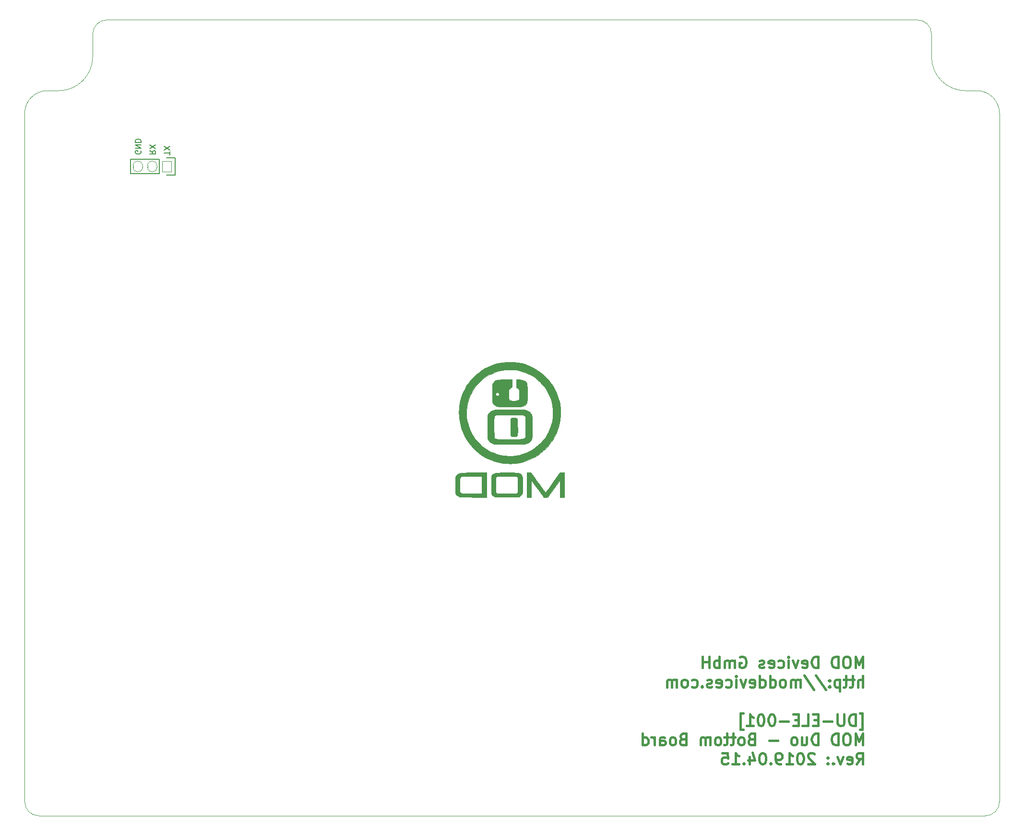
<source format=gbo>
G04 #@! TF.GenerationSoftware,KiCad,Pcbnew,5.0.2-bee76a0~70~ubuntu18.04.1*
G04 #@! TF.CreationDate,2019-04-15T14:10:49+02:00*
G04 #@! TF.ProjectId,bottom-board,626f7474-6f6d-42d6-926f-6172642e6b69,rev?*
G04 #@! TF.SameCoordinates,Original*
G04 #@! TF.FileFunction,Legend,Bot*
G04 #@! TF.FilePolarity,Positive*
%FSLAX46Y46*%
G04 Gerber Fmt 4.6, Leading zero omitted, Abs format (unit mm)*
G04 Created by KiCad (PCBNEW 5.0.2-bee76a0~70~ubuntu18.04.1) date Mon 15 Apr 2019 02:10:49 PM CEST*
%MOMM*%
%LPD*%
G01*
G04 APERTURE LIST*
%ADD10C,0.100000*%
%ADD11C,0.150000*%
%ADD12C,0.400000*%
G04 APERTURE END LIST*
D10*
X228074346Y-32066366D02*
G75*
G02X232074346Y-36066366I0J-4000000D01*
G01*
X226074346Y-32066366D02*
G75*
G02X220074346Y-26066366I0J6000000D01*
G01*
X217574346Y-19566366D02*
G75*
G02X220074346Y-22066366I0J-2500000D01*
G01*
X72074346Y-22066366D02*
G75*
G02X74574346Y-19566366I2500000J0D01*
G01*
X72074346Y-26066366D02*
G75*
G02X66074346Y-32066366I-6000000J0D01*
G01*
X60074346Y-36066366D02*
G75*
G02X64074346Y-32066366I4000000J0D01*
G01*
X62574346Y-160066366D02*
G75*
G02X60074346Y-157566366I0J2500000D01*
G01*
X232074346Y-157566366D02*
G75*
G02X229574346Y-160066366I-2500000J0D01*
G01*
X232074350Y-36066368D02*
X232074350Y-157566368D01*
X226074345Y-32066363D02*
X228074349Y-32066363D01*
X220074348Y-22066365D02*
X220074348Y-26066366D01*
X74574344Y-19566368D02*
X217574343Y-19566368D01*
X72074346Y-26066366D02*
X72074346Y-22066365D01*
X64074345Y-32066363D02*
X66074349Y-32066363D01*
X60074344Y-157566368D02*
X60074344Y-36066368D01*
X229574345Y-160066369D02*
X62574349Y-160066369D01*
D11*
X80535400Y-42701595D02*
X80583019Y-42796833D01*
X80583019Y-42939690D01*
X80535400Y-43082547D01*
X80440161Y-43177785D01*
X80344923Y-43225404D01*
X80154447Y-43273023D01*
X80011590Y-43273023D01*
X79821114Y-43225404D01*
X79725876Y-43177785D01*
X79630638Y-43082547D01*
X79583019Y-42939690D01*
X79583019Y-42844452D01*
X79630638Y-42701595D01*
X79678257Y-42653976D01*
X80011590Y-42653976D01*
X80011590Y-42844452D01*
X79583019Y-42225404D02*
X80583019Y-42225404D01*
X79583019Y-41653976D01*
X80583019Y-41653976D01*
X79583019Y-41177785D02*
X80583019Y-41177785D01*
X80583019Y-40939690D01*
X80535400Y-40796833D01*
X80440161Y-40701595D01*
X80344923Y-40653976D01*
X80154447Y-40606357D01*
X80011590Y-40606357D01*
X79821114Y-40653976D01*
X79725876Y-40701595D01*
X79630638Y-40796833D01*
X79583019Y-40939690D01*
X79583019Y-41177785D01*
X82148419Y-42653976D02*
X82624609Y-42987309D01*
X82148419Y-43225404D02*
X83148419Y-43225404D01*
X83148419Y-42844452D01*
X83100800Y-42749214D01*
X83053180Y-42701595D01*
X82957942Y-42653976D01*
X82815085Y-42653976D01*
X82719847Y-42701595D01*
X82672228Y-42749214D01*
X82624609Y-42844452D01*
X82624609Y-43225404D01*
X83148419Y-42320642D02*
X82148419Y-41653976D01*
X83148419Y-41653976D02*
X82148419Y-42320642D01*
X85663019Y-43368261D02*
X85663019Y-42796833D01*
X84663019Y-43082547D02*
X85663019Y-43082547D01*
X85663019Y-42558738D02*
X84663019Y-41892071D01*
X85663019Y-41892071D02*
X84663019Y-42558738D01*
D12*
X207978149Y-133953881D02*
X207978149Y-131953881D01*
X207311482Y-133382453D01*
X206644816Y-131953881D01*
X206644816Y-133953881D01*
X205311482Y-131953881D02*
X204930530Y-131953881D01*
X204740054Y-132049120D01*
X204549578Y-132239596D01*
X204454340Y-132620548D01*
X204454340Y-133287215D01*
X204549578Y-133668167D01*
X204740054Y-133858643D01*
X204930530Y-133953881D01*
X205311482Y-133953881D01*
X205501959Y-133858643D01*
X205692435Y-133668167D01*
X205787673Y-133287215D01*
X205787673Y-132620548D01*
X205692435Y-132239596D01*
X205501959Y-132049120D01*
X205311482Y-131953881D01*
X203597197Y-133953881D02*
X203597197Y-131953881D01*
X203121006Y-131953881D01*
X202835292Y-132049120D01*
X202644816Y-132239596D01*
X202549578Y-132430072D01*
X202454340Y-132811024D01*
X202454340Y-133096739D01*
X202549578Y-133477691D01*
X202644816Y-133668167D01*
X202835292Y-133858643D01*
X203121006Y-133953881D01*
X203597197Y-133953881D01*
X200073387Y-133953881D02*
X200073387Y-131953881D01*
X199597197Y-131953881D01*
X199311482Y-132049120D01*
X199121006Y-132239596D01*
X199025768Y-132430072D01*
X198930530Y-132811024D01*
X198930530Y-133096739D01*
X199025768Y-133477691D01*
X199121006Y-133668167D01*
X199311482Y-133858643D01*
X199597197Y-133953881D01*
X200073387Y-133953881D01*
X197311482Y-133858643D02*
X197501959Y-133953881D01*
X197882911Y-133953881D01*
X198073387Y-133858643D01*
X198168625Y-133668167D01*
X198168625Y-132906262D01*
X198073387Y-132715786D01*
X197882911Y-132620548D01*
X197501959Y-132620548D01*
X197311482Y-132715786D01*
X197216244Y-132906262D01*
X197216244Y-133096739D01*
X198168625Y-133287215D01*
X196549578Y-132620548D02*
X196073387Y-133953881D01*
X195597197Y-132620548D01*
X194835292Y-133953881D02*
X194835292Y-132620548D01*
X194835292Y-131953881D02*
X194930530Y-132049120D01*
X194835292Y-132144358D01*
X194740054Y-132049120D01*
X194835292Y-131953881D01*
X194835292Y-132144358D01*
X193025768Y-133858643D02*
X193216244Y-133953881D01*
X193597197Y-133953881D01*
X193787673Y-133858643D01*
X193882911Y-133763405D01*
X193978149Y-133572929D01*
X193978149Y-133001500D01*
X193882911Y-132811024D01*
X193787673Y-132715786D01*
X193597197Y-132620548D01*
X193216244Y-132620548D01*
X193025768Y-132715786D01*
X191406720Y-133858643D02*
X191597197Y-133953881D01*
X191978149Y-133953881D01*
X192168625Y-133858643D01*
X192263863Y-133668167D01*
X192263863Y-132906262D01*
X192168625Y-132715786D01*
X191978149Y-132620548D01*
X191597197Y-132620548D01*
X191406720Y-132715786D01*
X191311482Y-132906262D01*
X191311482Y-133096739D01*
X192263863Y-133287215D01*
X190549578Y-133858643D02*
X190359101Y-133953881D01*
X189978149Y-133953881D01*
X189787673Y-133858643D01*
X189692435Y-133668167D01*
X189692435Y-133572929D01*
X189787673Y-133382453D01*
X189978149Y-133287215D01*
X190263863Y-133287215D01*
X190454340Y-133191977D01*
X190549578Y-133001500D01*
X190549578Y-132906262D01*
X190454340Y-132715786D01*
X190263863Y-132620548D01*
X189978149Y-132620548D01*
X189787673Y-132715786D01*
X186263863Y-132049120D02*
X186454340Y-131953881D01*
X186740054Y-131953881D01*
X187025768Y-132049120D01*
X187216244Y-132239596D01*
X187311482Y-132430072D01*
X187406720Y-132811024D01*
X187406720Y-133096739D01*
X187311482Y-133477691D01*
X187216244Y-133668167D01*
X187025768Y-133858643D01*
X186740054Y-133953881D01*
X186549578Y-133953881D01*
X186263863Y-133858643D01*
X186168625Y-133763405D01*
X186168625Y-133096739D01*
X186549578Y-133096739D01*
X185311482Y-133953881D02*
X185311482Y-132620548D01*
X185311482Y-132811024D02*
X185216244Y-132715786D01*
X185025768Y-132620548D01*
X184740054Y-132620548D01*
X184549578Y-132715786D01*
X184454340Y-132906262D01*
X184454340Y-133953881D01*
X184454340Y-132906262D02*
X184359101Y-132715786D01*
X184168625Y-132620548D01*
X183882911Y-132620548D01*
X183692435Y-132715786D01*
X183597197Y-132906262D01*
X183597197Y-133953881D01*
X182644816Y-133953881D02*
X182644816Y-131953881D01*
X182644816Y-132715786D02*
X182454340Y-132620548D01*
X182073387Y-132620548D01*
X181882911Y-132715786D01*
X181787673Y-132811024D01*
X181692435Y-133001500D01*
X181692435Y-133572929D01*
X181787673Y-133763405D01*
X181882911Y-133858643D01*
X182073387Y-133953881D01*
X182454340Y-133953881D01*
X182644816Y-133858643D01*
X180835292Y-133953881D02*
X180835292Y-131953881D01*
X180835292Y-132906262D02*
X179692435Y-132906262D01*
X179692435Y-133953881D02*
X179692435Y-131953881D01*
X207978149Y-137353881D02*
X207978149Y-135353881D01*
X207121006Y-137353881D02*
X207121006Y-136306262D01*
X207216244Y-136115786D01*
X207406720Y-136020548D01*
X207692435Y-136020548D01*
X207882911Y-136115786D01*
X207978149Y-136211024D01*
X206454340Y-136020548D02*
X205692435Y-136020548D01*
X206168625Y-135353881D02*
X206168625Y-137068167D01*
X206073387Y-137258643D01*
X205882911Y-137353881D01*
X205692435Y-137353881D01*
X205311482Y-136020548D02*
X204549578Y-136020548D01*
X205025768Y-135353881D02*
X205025768Y-137068167D01*
X204930530Y-137258643D01*
X204740054Y-137353881D01*
X204549578Y-137353881D01*
X203882911Y-136020548D02*
X203882911Y-138020548D01*
X203882911Y-136115786D02*
X203692435Y-136020548D01*
X203311482Y-136020548D01*
X203121006Y-136115786D01*
X203025768Y-136211024D01*
X202930530Y-136401500D01*
X202930530Y-136972929D01*
X203025768Y-137163405D01*
X203121006Y-137258643D01*
X203311482Y-137353881D01*
X203692435Y-137353881D01*
X203882911Y-137258643D01*
X202073387Y-137163405D02*
X201978149Y-137258643D01*
X202073387Y-137353881D01*
X202168625Y-137258643D01*
X202073387Y-137163405D01*
X202073387Y-137353881D01*
X202073387Y-136115786D02*
X201978149Y-136211024D01*
X202073387Y-136306262D01*
X202168625Y-136211024D01*
X202073387Y-136115786D01*
X202073387Y-136306262D01*
X199692435Y-135258643D02*
X201406720Y-137830072D01*
X197597197Y-135258643D02*
X199311482Y-137830072D01*
X196930530Y-137353881D02*
X196930530Y-136020548D01*
X196930530Y-136211024D02*
X196835292Y-136115786D01*
X196644816Y-136020548D01*
X196359101Y-136020548D01*
X196168625Y-136115786D01*
X196073387Y-136306262D01*
X196073387Y-137353881D01*
X196073387Y-136306262D02*
X195978149Y-136115786D01*
X195787673Y-136020548D01*
X195501959Y-136020548D01*
X195311482Y-136115786D01*
X195216244Y-136306262D01*
X195216244Y-137353881D01*
X193978149Y-137353881D02*
X194168625Y-137258643D01*
X194263863Y-137163405D01*
X194359101Y-136972929D01*
X194359101Y-136401500D01*
X194263863Y-136211024D01*
X194168625Y-136115786D01*
X193978149Y-136020548D01*
X193692435Y-136020548D01*
X193501959Y-136115786D01*
X193406720Y-136211024D01*
X193311482Y-136401500D01*
X193311482Y-136972929D01*
X193406720Y-137163405D01*
X193501959Y-137258643D01*
X193692435Y-137353881D01*
X193978149Y-137353881D01*
X191597197Y-137353881D02*
X191597197Y-135353881D01*
X191597197Y-137258643D02*
X191787673Y-137353881D01*
X192168625Y-137353881D01*
X192359101Y-137258643D01*
X192454340Y-137163405D01*
X192549578Y-136972929D01*
X192549578Y-136401500D01*
X192454340Y-136211024D01*
X192359101Y-136115786D01*
X192168625Y-136020548D01*
X191787673Y-136020548D01*
X191597197Y-136115786D01*
X189787673Y-137353881D02*
X189787673Y-135353881D01*
X189787673Y-137258643D02*
X189978149Y-137353881D01*
X190359101Y-137353881D01*
X190549578Y-137258643D01*
X190644816Y-137163405D01*
X190740054Y-136972929D01*
X190740054Y-136401500D01*
X190644816Y-136211024D01*
X190549578Y-136115786D01*
X190359101Y-136020548D01*
X189978149Y-136020548D01*
X189787673Y-136115786D01*
X188073387Y-137258643D02*
X188263863Y-137353881D01*
X188644816Y-137353881D01*
X188835292Y-137258643D01*
X188930530Y-137068167D01*
X188930530Y-136306262D01*
X188835292Y-136115786D01*
X188644816Y-136020548D01*
X188263863Y-136020548D01*
X188073387Y-136115786D01*
X187978149Y-136306262D01*
X187978149Y-136496739D01*
X188930530Y-136687215D01*
X187311482Y-136020548D02*
X186835292Y-137353881D01*
X186359101Y-136020548D01*
X185597197Y-137353881D02*
X185597197Y-136020548D01*
X185597197Y-135353881D02*
X185692435Y-135449120D01*
X185597197Y-135544358D01*
X185501959Y-135449120D01*
X185597197Y-135353881D01*
X185597197Y-135544358D01*
X183787673Y-137258643D02*
X183978149Y-137353881D01*
X184359101Y-137353881D01*
X184549578Y-137258643D01*
X184644816Y-137163405D01*
X184740054Y-136972929D01*
X184740054Y-136401500D01*
X184644816Y-136211024D01*
X184549578Y-136115786D01*
X184359101Y-136020548D01*
X183978149Y-136020548D01*
X183787673Y-136115786D01*
X182168625Y-137258643D02*
X182359101Y-137353881D01*
X182740054Y-137353881D01*
X182930530Y-137258643D01*
X183025768Y-137068167D01*
X183025768Y-136306262D01*
X182930530Y-136115786D01*
X182740054Y-136020548D01*
X182359101Y-136020548D01*
X182168625Y-136115786D01*
X182073387Y-136306262D01*
X182073387Y-136496739D01*
X183025768Y-136687215D01*
X181311482Y-137258643D02*
X181121006Y-137353881D01*
X180740054Y-137353881D01*
X180549578Y-137258643D01*
X180454340Y-137068167D01*
X180454340Y-136972929D01*
X180549578Y-136782453D01*
X180740054Y-136687215D01*
X181025768Y-136687215D01*
X181216244Y-136591977D01*
X181311482Y-136401500D01*
X181311482Y-136306262D01*
X181216244Y-136115786D01*
X181025768Y-136020548D01*
X180740054Y-136020548D01*
X180549578Y-136115786D01*
X179597197Y-137163405D02*
X179501959Y-137258643D01*
X179597197Y-137353881D01*
X179692435Y-137258643D01*
X179597197Y-137163405D01*
X179597197Y-137353881D01*
X177787673Y-137258643D02*
X177978149Y-137353881D01*
X178359101Y-137353881D01*
X178549578Y-137258643D01*
X178644816Y-137163405D01*
X178740054Y-136972929D01*
X178740054Y-136401500D01*
X178644816Y-136211024D01*
X178549578Y-136115786D01*
X178359101Y-136020548D01*
X177978149Y-136020548D01*
X177787673Y-136115786D01*
X176644816Y-137353881D02*
X176835292Y-137258643D01*
X176930530Y-137163405D01*
X177025768Y-136972929D01*
X177025768Y-136401500D01*
X176930530Y-136211024D01*
X176835292Y-136115786D01*
X176644816Y-136020548D01*
X176359101Y-136020548D01*
X176168625Y-136115786D01*
X176073387Y-136211024D01*
X175978149Y-136401500D01*
X175978149Y-136972929D01*
X176073387Y-137163405D01*
X176168625Y-137258643D01*
X176359101Y-137353881D01*
X176644816Y-137353881D01*
X175121006Y-137353881D02*
X175121006Y-136020548D01*
X175121006Y-136211024D02*
X175025768Y-136115786D01*
X174835292Y-136020548D01*
X174549578Y-136020548D01*
X174359101Y-136115786D01*
X174263863Y-136306262D01*
X174263863Y-137353881D01*
X174263863Y-136306262D02*
X174168625Y-136115786D01*
X173978149Y-136020548D01*
X173692435Y-136020548D01*
X173501959Y-136115786D01*
X173406720Y-136306262D01*
X173406720Y-137353881D01*
X207406720Y-144820548D02*
X207882911Y-144820548D01*
X207882911Y-141963405D01*
X207406720Y-141963405D01*
X206644816Y-144153881D02*
X206644816Y-142153881D01*
X206168625Y-142153881D01*
X205882911Y-142249120D01*
X205692435Y-142439596D01*
X205597197Y-142630072D01*
X205501959Y-143011024D01*
X205501959Y-143296739D01*
X205597197Y-143677691D01*
X205692435Y-143868167D01*
X205882911Y-144058643D01*
X206168625Y-144153881D01*
X206644816Y-144153881D01*
X204644816Y-142153881D02*
X204644816Y-143772929D01*
X204549578Y-143963405D01*
X204454340Y-144058643D01*
X204263863Y-144153881D01*
X203882911Y-144153881D01*
X203692435Y-144058643D01*
X203597197Y-143963405D01*
X203501959Y-143772929D01*
X203501959Y-142153881D01*
X202549578Y-143391977D02*
X201025768Y-143391977D01*
X200073387Y-143106262D02*
X199406720Y-143106262D01*
X199121006Y-144153881D02*
X200073387Y-144153881D01*
X200073387Y-142153881D01*
X199121006Y-142153881D01*
X197311482Y-144153881D02*
X198263863Y-144153881D01*
X198263863Y-142153881D01*
X196644816Y-143106262D02*
X195978149Y-143106262D01*
X195692435Y-144153881D02*
X196644816Y-144153881D01*
X196644816Y-142153881D01*
X195692435Y-142153881D01*
X194835292Y-143391977D02*
X193311482Y-143391977D01*
X191978149Y-142153881D02*
X191787673Y-142153881D01*
X191597197Y-142249120D01*
X191501959Y-142344358D01*
X191406720Y-142534834D01*
X191311482Y-142915786D01*
X191311482Y-143391977D01*
X191406720Y-143772929D01*
X191501959Y-143963405D01*
X191597197Y-144058643D01*
X191787673Y-144153881D01*
X191978149Y-144153881D01*
X192168625Y-144058643D01*
X192263863Y-143963405D01*
X192359101Y-143772929D01*
X192454340Y-143391977D01*
X192454340Y-142915786D01*
X192359101Y-142534834D01*
X192263863Y-142344358D01*
X192168625Y-142249120D01*
X191978149Y-142153881D01*
X190073387Y-142153881D02*
X189882911Y-142153881D01*
X189692435Y-142249120D01*
X189597197Y-142344358D01*
X189501959Y-142534834D01*
X189406720Y-142915786D01*
X189406720Y-143391977D01*
X189501959Y-143772929D01*
X189597197Y-143963405D01*
X189692435Y-144058643D01*
X189882911Y-144153881D01*
X190073387Y-144153881D01*
X190263863Y-144058643D01*
X190359101Y-143963405D01*
X190454340Y-143772929D01*
X190549578Y-143391977D01*
X190549578Y-142915786D01*
X190454340Y-142534834D01*
X190359101Y-142344358D01*
X190263863Y-142249120D01*
X190073387Y-142153881D01*
X187501959Y-144153881D02*
X188644816Y-144153881D01*
X188073387Y-144153881D02*
X188073387Y-142153881D01*
X188263863Y-142439596D01*
X188454340Y-142630072D01*
X188644816Y-142725310D01*
X186835292Y-144820548D02*
X186359101Y-144820548D01*
X186359101Y-141963405D01*
X186835292Y-141963405D01*
X207978149Y-147553881D02*
X207978149Y-145553881D01*
X207311482Y-146982453D01*
X206644816Y-145553881D01*
X206644816Y-147553881D01*
X205311482Y-145553881D02*
X204930530Y-145553881D01*
X204740054Y-145649120D01*
X204549578Y-145839596D01*
X204454340Y-146220548D01*
X204454340Y-146887215D01*
X204549578Y-147268167D01*
X204740054Y-147458643D01*
X204930530Y-147553881D01*
X205311482Y-147553881D01*
X205501959Y-147458643D01*
X205692435Y-147268167D01*
X205787673Y-146887215D01*
X205787673Y-146220548D01*
X205692435Y-145839596D01*
X205501959Y-145649120D01*
X205311482Y-145553881D01*
X203597197Y-147553881D02*
X203597197Y-145553881D01*
X203121006Y-145553881D01*
X202835292Y-145649120D01*
X202644816Y-145839596D01*
X202549578Y-146030072D01*
X202454340Y-146411024D01*
X202454340Y-146696739D01*
X202549578Y-147077691D01*
X202644816Y-147268167D01*
X202835292Y-147458643D01*
X203121006Y-147553881D01*
X203597197Y-147553881D01*
X200073387Y-147553881D02*
X200073387Y-145553881D01*
X199597197Y-145553881D01*
X199311482Y-145649120D01*
X199121006Y-145839596D01*
X199025768Y-146030072D01*
X198930530Y-146411024D01*
X198930530Y-146696739D01*
X199025768Y-147077691D01*
X199121006Y-147268167D01*
X199311482Y-147458643D01*
X199597197Y-147553881D01*
X200073387Y-147553881D01*
X197216244Y-146220548D02*
X197216244Y-147553881D01*
X198073387Y-146220548D02*
X198073387Y-147268167D01*
X197978149Y-147458643D01*
X197787673Y-147553881D01*
X197501959Y-147553881D01*
X197311482Y-147458643D01*
X197216244Y-147363405D01*
X195978149Y-147553881D02*
X196168625Y-147458643D01*
X196263863Y-147363405D01*
X196359101Y-147172929D01*
X196359101Y-146601500D01*
X196263863Y-146411024D01*
X196168625Y-146315786D01*
X195978149Y-146220548D01*
X195692435Y-146220548D01*
X195501959Y-146315786D01*
X195406720Y-146411024D01*
X195311482Y-146601500D01*
X195311482Y-147172929D01*
X195406720Y-147363405D01*
X195501959Y-147458643D01*
X195692435Y-147553881D01*
X195978149Y-147553881D01*
X192930530Y-146791977D02*
X191406720Y-146791977D01*
X188263863Y-146506262D02*
X187978149Y-146601500D01*
X187882911Y-146696739D01*
X187787673Y-146887215D01*
X187787673Y-147172929D01*
X187882911Y-147363405D01*
X187978149Y-147458643D01*
X188168625Y-147553881D01*
X188930530Y-147553881D01*
X188930530Y-145553881D01*
X188263863Y-145553881D01*
X188073387Y-145649120D01*
X187978149Y-145744358D01*
X187882911Y-145934834D01*
X187882911Y-146125310D01*
X187978149Y-146315786D01*
X188073387Y-146411024D01*
X188263863Y-146506262D01*
X188930530Y-146506262D01*
X186644816Y-147553881D02*
X186835292Y-147458643D01*
X186930530Y-147363405D01*
X187025768Y-147172929D01*
X187025768Y-146601500D01*
X186930530Y-146411024D01*
X186835292Y-146315786D01*
X186644816Y-146220548D01*
X186359101Y-146220548D01*
X186168625Y-146315786D01*
X186073387Y-146411024D01*
X185978149Y-146601500D01*
X185978149Y-147172929D01*
X186073387Y-147363405D01*
X186168625Y-147458643D01*
X186359101Y-147553881D01*
X186644816Y-147553881D01*
X185406720Y-146220548D02*
X184644816Y-146220548D01*
X185121006Y-145553881D02*
X185121006Y-147268167D01*
X185025768Y-147458643D01*
X184835292Y-147553881D01*
X184644816Y-147553881D01*
X184263863Y-146220548D02*
X183501959Y-146220548D01*
X183978149Y-145553881D02*
X183978149Y-147268167D01*
X183882911Y-147458643D01*
X183692435Y-147553881D01*
X183501959Y-147553881D01*
X182549578Y-147553881D02*
X182740054Y-147458643D01*
X182835292Y-147363405D01*
X182930530Y-147172929D01*
X182930530Y-146601500D01*
X182835292Y-146411024D01*
X182740054Y-146315786D01*
X182549578Y-146220548D01*
X182263863Y-146220548D01*
X182073387Y-146315786D01*
X181978149Y-146411024D01*
X181882911Y-146601500D01*
X181882911Y-147172929D01*
X181978149Y-147363405D01*
X182073387Y-147458643D01*
X182263863Y-147553881D01*
X182549578Y-147553881D01*
X181025768Y-147553881D02*
X181025768Y-146220548D01*
X181025768Y-146411024D02*
X180930530Y-146315786D01*
X180740054Y-146220548D01*
X180454340Y-146220548D01*
X180263863Y-146315786D01*
X180168625Y-146506262D01*
X180168625Y-147553881D01*
X180168625Y-146506262D02*
X180073387Y-146315786D01*
X179882911Y-146220548D01*
X179597197Y-146220548D01*
X179406720Y-146315786D01*
X179311482Y-146506262D01*
X179311482Y-147553881D01*
X176168625Y-146506262D02*
X175882911Y-146601500D01*
X175787673Y-146696739D01*
X175692435Y-146887215D01*
X175692435Y-147172929D01*
X175787673Y-147363405D01*
X175882911Y-147458643D01*
X176073387Y-147553881D01*
X176835292Y-147553881D01*
X176835292Y-145553881D01*
X176168625Y-145553881D01*
X175978149Y-145649120D01*
X175882911Y-145744358D01*
X175787673Y-145934834D01*
X175787673Y-146125310D01*
X175882911Y-146315786D01*
X175978149Y-146411024D01*
X176168625Y-146506262D01*
X176835292Y-146506262D01*
X174549578Y-147553881D02*
X174740054Y-147458643D01*
X174835292Y-147363405D01*
X174930530Y-147172929D01*
X174930530Y-146601500D01*
X174835292Y-146411024D01*
X174740054Y-146315786D01*
X174549578Y-146220548D01*
X174263863Y-146220548D01*
X174073387Y-146315786D01*
X173978149Y-146411024D01*
X173882911Y-146601500D01*
X173882911Y-147172929D01*
X173978149Y-147363405D01*
X174073387Y-147458643D01*
X174263863Y-147553881D01*
X174549578Y-147553881D01*
X172168625Y-147553881D02*
X172168625Y-146506262D01*
X172263863Y-146315786D01*
X172454340Y-146220548D01*
X172835292Y-146220548D01*
X173025768Y-146315786D01*
X172168625Y-147458643D02*
X172359101Y-147553881D01*
X172835292Y-147553881D01*
X173025768Y-147458643D01*
X173121006Y-147268167D01*
X173121006Y-147077691D01*
X173025768Y-146887215D01*
X172835292Y-146791977D01*
X172359101Y-146791977D01*
X172168625Y-146696739D01*
X171216244Y-147553881D02*
X171216244Y-146220548D01*
X171216244Y-146601500D02*
X171121006Y-146411024D01*
X171025768Y-146315786D01*
X170835292Y-146220548D01*
X170644816Y-146220548D01*
X169121006Y-147553881D02*
X169121006Y-145553881D01*
X169121006Y-147458643D02*
X169311482Y-147553881D01*
X169692435Y-147553881D01*
X169882911Y-147458643D01*
X169978149Y-147363405D01*
X170073387Y-147172929D01*
X170073387Y-146601500D01*
X169978149Y-146411024D01*
X169882911Y-146315786D01*
X169692435Y-146220548D01*
X169311482Y-146220548D01*
X169121006Y-146315786D01*
X206835292Y-150953881D02*
X207501959Y-150001500D01*
X207978149Y-150953881D02*
X207978149Y-148953881D01*
X207216244Y-148953881D01*
X207025768Y-149049120D01*
X206930530Y-149144358D01*
X206835292Y-149334834D01*
X206835292Y-149620548D01*
X206930530Y-149811024D01*
X207025768Y-149906262D01*
X207216244Y-150001500D01*
X207978149Y-150001500D01*
X205216244Y-150858643D02*
X205406720Y-150953881D01*
X205787673Y-150953881D01*
X205978149Y-150858643D01*
X206073387Y-150668167D01*
X206073387Y-149906262D01*
X205978149Y-149715786D01*
X205787673Y-149620548D01*
X205406720Y-149620548D01*
X205216244Y-149715786D01*
X205121006Y-149906262D01*
X205121006Y-150096739D01*
X206073387Y-150287215D01*
X204454340Y-149620548D02*
X203978149Y-150953881D01*
X203501959Y-149620548D01*
X202740054Y-150763405D02*
X202644816Y-150858643D01*
X202740054Y-150953881D01*
X202835292Y-150858643D01*
X202740054Y-150763405D01*
X202740054Y-150953881D01*
X201787673Y-150763405D02*
X201692435Y-150858643D01*
X201787673Y-150953881D01*
X201882911Y-150858643D01*
X201787673Y-150763405D01*
X201787673Y-150953881D01*
X201787673Y-149715786D02*
X201692435Y-149811024D01*
X201787673Y-149906262D01*
X201882911Y-149811024D01*
X201787673Y-149715786D01*
X201787673Y-149906262D01*
X199406720Y-149144358D02*
X199311482Y-149049120D01*
X199121006Y-148953881D01*
X198644816Y-148953881D01*
X198454340Y-149049120D01*
X198359101Y-149144358D01*
X198263863Y-149334834D01*
X198263863Y-149525310D01*
X198359101Y-149811024D01*
X199501959Y-150953881D01*
X198263863Y-150953881D01*
X197025768Y-148953881D02*
X196835292Y-148953881D01*
X196644816Y-149049120D01*
X196549578Y-149144358D01*
X196454340Y-149334834D01*
X196359101Y-149715786D01*
X196359101Y-150191977D01*
X196454340Y-150572929D01*
X196549578Y-150763405D01*
X196644816Y-150858643D01*
X196835292Y-150953881D01*
X197025768Y-150953881D01*
X197216244Y-150858643D01*
X197311482Y-150763405D01*
X197406720Y-150572929D01*
X197501959Y-150191977D01*
X197501959Y-149715786D01*
X197406720Y-149334834D01*
X197311482Y-149144358D01*
X197216244Y-149049120D01*
X197025768Y-148953881D01*
X194454340Y-150953881D02*
X195597197Y-150953881D01*
X195025768Y-150953881D02*
X195025768Y-148953881D01*
X195216244Y-149239596D01*
X195406720Y-149430072D01*
X195597197Y-149525310D01*
X193501959Y-150953881D02*
X193121006Y-150953881D01*
X192930530Y-150858643D01*
X192835292Y-150763405D01*
X192644816Y-150477691D01*
X192549578Y-150096739D01*
X192549578Y-149334834D01*
X192644816Y-149144358D01*
X192740054Y-149049120D01*
X192930530Y-148953881D01*
X193311482Y-148953881D01*
X193501959Y-149049120D01*
X193597197Y-149144358D01*
X193692435Y-149334834D01*
X193692435Y-149811024D01*
X193597197Y-150001500D01*
X193501959Y-150096739D01*
X193311482Y-150191977D01*
X192930530Y-150191977D01*
X192740054Y-150096739D01*
X192644816Y-150001500D01*
X192549578Y-149811024D01*
X191692435Y-150763405D02*
X191597197Y-150858643D01*
X191692435Y-150953881D01*
X191787673Y-150858643D01*
X191692435Y-150763405D01*
X191692435Y-150953881D01*
X190359101Y-148953881D02*
X190168625Y-148953881D01*
X189978149Y-149049120D01*
X189882911Y-149144358D01*
X189787673Y-149334834D01*
X189692435Y-149715786D01*
X189692435Y-150191977D01*
X189787673Y-150572929D01*
X189882911Y-150763405D01*
X189978149Y-150858643D01*
X190168625Y-150953881D01*
X190359101Y-150953881D01*
X190549578Y-150858643D01*
X190644816Y-150763405D01*
X190740054Y-150572929D01*
X190835292Y-150191977D01*
X190835292Y-149715786D01*
X190740054Y-149334834D01*
X190644816Y-149144358D01*
X190549578Y-149049120D01*
X190359101Y-148953881D01*
X187978149Y-149620548D02*
X187978149Y-150953881D01*
X188454340Y-148858643D02*
X188930530Y-150287215D01*
X187692435Y-150287215D01*
X186930530Y-150763405D02*
X186835292Y-150858643D01*
X186930530Y-150953881D01*
X187025768Y-150858643D01*
X186930530Y-150763405D01*
X186930530Y-150953881D01*
X184930530Y-150953881D02*
X186073387Y-150953881D01*
X185501959Y-150953881D02*
X185501959Y-148953881D01*
X185692435Y-149239596D01*
X185882911Y-149430072D01*
X186073387Y-149525310D01*
X183121006Y-148953881D02*
X184073387Y-148953881D01*
X184168625Y-149906262D01*
X184073387Y-149811024D01*
X183882911Y-149715786D01*
X183406720Y-149715786D01*
X183216244Y-149811024D01*
X183121006Y-149906262D01*
X183025768Y-150096739D01*
X183025768Y-150572929D01*
X183121006Y-150763405D01*
X183216244Y-150858643D01*
X183406720Y-150953881D01*
X183882911Y-150953881D01*
X184073387Y-150858643D01*
X184168625Y-150763405D01*
D11*
G04 #@! TO.C,P9*
X83845400Y-46710600D02*
X78765400Y-46710600D01*
X78765400Y-46710600D02*
X78765400Y-44170600D01*
X78765400Y-44170600D02*
X83845400Y-44170600D01*
X86665400Y-43890600D02*
X85115400Y-43890600D01*
X83845400Y-44170600D02*
X83845400Y-46710600D01*
X85115400Y-46990600D02*
X86665400Y-46990600D01*
X86665400Y-46990600D02*
X86665400Y-43890600D01*
D10*
G04 #@! TO.C,G\002A\002A\002A*
G36*
X145769119Y-91236396D02*
X145769140Y-91453719D01*
X145769121Y-91764914D01*
X145769396Y-92029414D01*
X145770461Y-92251324D01*
X145772816Y-92434751D01*
X145776957Y-92583799D01*
X145783381Y-92702572D01*
X145792587Y-92795178D01*
X145805073Y-92865719D01*
X145821335Y-92918303D01*
X145841871Y-92957033D01*
X145867179Y-92986015D01*
X145897757Y-93009354D01*
X145934102Y-93031156D01*
X145962285Y-93047152D01*
X146008485Y-93070834D01*
X146056741Y-93086855D01*
X146118008Y-93096648D01*
X146203242Y-93101647D01*
X146323398Y-93103284D01*
X146391440Y-93103307D01*
X146570356Y-93099734D01*
X146702615Y-93089814D01*
X146786527Y-93073689D01*
X146799100Y-93068992D01*
X146890463Y-93008379D01*
X146968983Y-92919742D01*
X147019215Y-92821827D01*
X147026575Y-92792822D01*
X147029301Y-92752080D01*
X147031582Y-92665642D01*
X147033389Y-92538612D01*
X147034697Y-92376091D01*
X147035478Y-92183183D01*
X147035706Y-91964990D01*
X147035355Y-91726614D01*
X147034397Y-91473159D01*
X147033936Y-91385711D01*
X147032224Y-91092296D01*
X147030565Y-90845401D01*
X147028775Y-90640746D01*
X147026670Y-90474052D01*
X147024066Y-90341039D01*
X147020781Y-90237426D01*
X147016630Y-90158936D01*
X147011430Y-90101287D01*
X147004997Y-90060200D01*
X146997148Y-90031396D01*
X146987699Y-90010595D01*
X146976467Y-89993517D01*
X146974071Y-89990280D01*
X146922246Y-89925484D01*
X146872248Y-89878840D01*
X146814405Y-89847167D01*
X146739048Y-89827284D01*
X146636504Y-89816008D01*
X146497103Y-89810160D01*
X146421429Y-89808482D01*
X146277201Y-89806266D01*
X146173583Y-89806836D01*
X146100414Y-89811316D01*
X146047532Y-89820831D01*
X146004774Y-89836504D01*
X145962285Y-89859282D01*
X145921734Y-89882783D01*
X145887292Y-89904948D01*
X145858459Y-89929889D01*
X145834738Y-89961717D01*
X145815631Y-90004543D01*
X145800640Y-90062478D01*
X145789267Y-90139633D01*
X145781014Y-90240118D01*
X145775383Y-90368046D01*
X145771876Y-90527526D01*
X145769995Y-90722671D01*
X145769242Y-90957591D01*
X145769119Y-91236396D01*
X145769119Y-91236396D01*
G37*
X145769119Y-91236396D02*
X145769140Y-91453719D01*
X145769121Y-91764914D01*
X145769396Y-92029414D01*
X145770461Y-92251324D01*
X145772816Y-92434751D01*
X145776957Y-92583799D01*
X145783381Y-92702572D01*
X145792587Y-92795178D01*
X145805073Y-92865719D01*
X145821335Y-92918303D01*
X145841871Y-92957033D01*
X145867179Y-92986015D01*
X145897757Y-93009354D01*
X145934102Y-93031156D01*
X145962285Y-93047152D01*
X146008485Y-93070834D01*
X146056741Y-93086855D01*
X146118008Y-93096648D01*
X146203242Y-93101647D01*
X146323398Y-93103284D01*
X146391440Y-93103307D01*
X146570356Y-93099734D01*
X146702615Y-93089814D01*
X146786527Y-93073689D01*
X146799100Y-93068992D01*
X146890463Y-93008379D01*
X146968983Y-92919742D01*
X147019215Y-92821827D01*
X147026575Y-92792822D01*
X147029301Y-92752080D01*
X147031582Y-92665642D01*
X147033389Y-92538612D01*
X147034697Y-92376091D01*
X147035478Y-92183183D01*
X147035706Y-91964990D01*
X147035355Y-91726614D01*
X147034397Y-91473159D01*
X147033936Y-91385711D01*
X147032224Y-91092296D01*
X147030565Y-90845401D01*
X147028775Y-90640746D01*
X147026670Y-90474052D01*
X147024066Y-90341039D01*
X147020781Y-90237426D01*
X147016630Y-90158936D01*
X147011430Y-90101287D01*
X147004997Y-90060200D01*
X146997148Y-90031396D01*
X146987699Y-90010595D01*
X146976467Y-89993517D01*
X146974071Y-89990280D01*
X146922246Y-89925484D01*
X146872248Y-89878840D01*
X146814405Y-89847167D01*
X146739048Y-89827284D01*
X146636504Y-89816008D01*
X146497103Y-89810160D01*
X146421429Y-89808482D01*
X146277201Y-89806266D01*
X146173583Y-89806836D01*
X146100414Y-89811316D01*
X146047532Y-89820831D01*
X146004774Y-89836504D01*
X145962285Y-89859282D01*
X145921734Y-89882783D01*
X145887292Y-89904948D01*
X145858459Y-89929889D01*
X145834738Y-89961717D01*
X145815631Y-90004543D01*
X145800640Y-90062478D01*
X145789267Y-90139633D01*
X145781014Y-90240118D01*
X145775383Y-90368046D01*
X145771876Y-90527526D01*
X145769995Y-90722671D01*
X145769242Y-90957591D01*
X145769119Y-91236396D01*
G36*
X142572552Y-85099208D02*
X142573834Y-85454019D01*
X142574431Y-85560920D01*
X142576334Y-85878002D01*
X142578273Y-86148663D01*
X142580704Y-86377280D01*
X142584081Y-86568231D01*
X142588860Y-86725891D01*
X142595495Y-86854639D01*
X142604444Y-86958851D01*
X142616159Y-87042904D01*
X142631098Y-87111177D01*
X142649715Y-87168045D01*
X142672466Y-87217885D01*
X142699805Y-87265076D01*
X142732188Y-87313994D01*
X142761149Y-87356030D01*
X142893968Y-87505137D01*
X143069338Y-87630533D01*
X143153035Y-87669493D01*
X143153035Y-85633281D01*
X143171686Y-85555249D01*
X143218203Y-85470668D01*
X143278760Y-85402005D01*
X143307808Y-85381799D01*
X143394541Y-85357312D01*
X143499031Y-85357029D01*
X143595036Y-85379765D01*
X143627034Y-85396232D01*
X143702144Y-85473594D01*
X143743824Y-85576487D01*
X143746036Y-85687657D01*
X143739166Y-85716577D01*
X143684116Y-85824529D01*
X143599755Y-85899407D01*
X143496702Y-85936777D01*
X143385573Y-85932204D01*
X143303320Y-85898586D01*
X143229181Y-85830254D01*
X143174704Y-85734764D01*
X143153043Y-85635339D01*
X143153035Y-85633281D01*
X143153035Y-87669493D01*
X143284000Y-87730457D01*
X143534694Y-87803150D01*
X143621155Y-87820225D01*
X143679980Y-87825840D01*
X143788377Y-87830765D01*
X143945125Y-87834983D01*
X144149002Y-87838481D01*
X144398784Y-87841245D01*
X144693250Y-87843258D01*
X145031177Y-87844508D01*
X145411342Y-87844978D01*
X145691255Y-87844849D01*
X146064169Y-87844293D01*
X146389713Y-87843443D01*
X146671319Y-87842234D01*
X146912418Y-87840604D01*
X147116439Y-87838489D01*
X147286813Y-87835825D01*
X147426972Y-87832549D01*
X147540344Y-87828597D01*
X147630362Y-87823907D01*
X147700455Y-87818415D01*
X147754055Y-87812057D01*
X147788440Y-87806084D01*
X148021565Y-87738792D01*
X148230373Y-87640171D01*
X148408568Y-87514547D01*
X148549851Y-87366244D01*
X148637329Y-87223225D01*
X148658865Y-87175374D01*
X148677246Y-87127667D01*
X148692698Y-87075881D01*
X148705446Y-87015794D01*
X148715716Y-86943184D01*
X148723732Y-86853828D01*
X148729720Y-86743503D01*
X148733906Y-86607989D01*
X148736515Y-86443062D01*
X148737771Y-86244499D01*
X148737900Y-86008080D01*
X148737128Y-85729580D01*
X148735680Y-85404778D01*
X148735568Y-85382027D01*
X148734001Y-85070296D01*
X148732508Y-84805156D01*
X148730922Y-84582398D01*
X148729071Y-84397812D01*
X148726789Y-84247191D01*
X148723905Y-84126325D01*
X148720251Y-84031006D01*
X148715659Y-83957025D01*
X148709959Y-83900172D01*
X148702982Y-83856240D01*
X148694560Y-83821020D01*
X148684524Y-83790302D01*
X148672704Y-83759877D01*
X148670243Y-83753783D01*
X148568163Y-83568035D01*
X148423688Y-83408443D01*
X148239049Y-83276886D01*
X148016474Y-83175245D01*
X147962225Y-83156954D01*
X147824183Y-83122562D01*
X147647208Y-83093079D01*
X147443038Y-83069806D01*
X147223412Y-83054043D01*
X147000068Y-83047091D01*
X146969290Y-83046896D01*
X146785140Y-83046320D01*
X146785140Y-83770220D01*
X146785623Y-83990790D01*
X146787199Y-84164970D01*
X146790061Y-84297163D01*
X146794403Y-84391772D01*
X146800417Y-84453198D01*
X146808297Y-84485844D01*
X146816890Y-84494261D01*
X146934526Y-84516888D01*
X147056727Y-84577349D01*
X147169996Y-84665999D01*
X147260833Y-84773192D01*
X147296553Y-84837020D01*
X147310340Y-84871819D01*
X147321118Y-84912768D01*
X147329247Y-84966220D01*
X147335089Y-85038528D01*
X147339006Y-85136046D01*
X147341360Y-85265128D01*
X147342512Y-85432127D01*
X147342825Y-85643398D01*
X147342825Y-85649820D01*
X147342530Y-85862383D01*
X147341406Y-86030502D01*
X147339089Y-86160530D01*
X147335220Y-86258823D01*
X147329434Y-86331732D01*
X147321372Y-86385612D01*
X147310672Y-86426817D01*
X147296970Y-86461700D01*
X147296553Y-86462620D01*
X147230509Y-86566695D01*
X147136466Y-86664368D01*
X147030615Y-86741070D01*
X146945688Y-86778288D01*
X146880781Y-86788522D01*
X146776248Y-86796240D01*
X146643203Y-86801440D01*
X146492758Y-86804123D01*
X146336026Y-86804289D01*
X146184119Y-86801937D01*
X146048150Y-86797068D01*
X145939230Y-86789682D01*
X145868474Y-86779778D01*
X145862593Y-86778288D01*
X145759211Y-86729933D01*
X145654245Y-86648560D01*
X145563888Y-86548737D01*
X145511728Y-86462620D01*
X145497941Y-86427820D01*
X145487163Y-86386871D01*
X145479034Y-86333419D01*
X145473192Y-86261111D01*
X145469275Y-86163593D01*
X145466921Y-86034511D01*
X145465769Y-85867512D01*
X145465456Y-85656241D01*
X145465456Y-85649820D01*
X145465751Y-85437256D01*
X145466875Y-85269137D01*
X145469192Y-85139109D01*
X145473061Y-85040816D01*
X145478847Y-84967907D01*
X145486909Y-84914027D01*
X145497609Y-84872822D01*
X145511311Y-84837939D01*
X145511728Y-84837020D01*
X145584330Y-84723706D01*
X145686841Y-84623592D01*
X145805761Y-84546324D01*
X145927593Y-84501547D01*
X145991390Y-84494261D01*
X146001045Y-84483230D01*
X146008674Y-84447301D01*
X146014468Y-84382081D01*
X146018619Y-84283175D01*
X146021319Y-84146188D01*
X146022761Y-83966727D01*
X146023140Y-83767094D01*
X146023140Y-83040069D01*
X144861090Y-83053586D01*
X144562169Y-83057305D01*
X144308904Y-83061303D01*
X144096154Y-83066128D01*
X143918778Y-83072328D01*
X143771632Y-83080453D01*
X143649575Y-83091050D01*
X143547465Y-83104668D01*
X143460159Y-83121854D01*
X143382515Y-83143159D01*
X143309392Y-83169130D01*
X143235647Y-83200315D01*
X143161131Y-83234889D01*
X142963734Y-83352115D01*
X142808312Y-83497322D01*
X142693187Y-83672734D01*
X142616683Y-83880573D01*
X142594263Y-83986120D01*
X142587093Y-84054805D01*
X142581358Y-84169129D01*
X142577046Y-84329912D01*
X142574148Y-84537974D01*
X142572654Y-84794133D01*
X142572552Y-85099208D01*
X142572552Y-85099208D01*
G37*
X142572552Y-85099208D02*
X142573834Y-85454019D01*
X142574431Y-85560920D01*
X142576334Y-85878002D01*
X142578273Y-86148663D01*
X142580704Y-86377280D01*
X142584081Y-86568231D01*
X142588860Y-86725891D01*
X142595495Y-86854639D01*
X142604444Y-86958851D01*
X142616159Y-87042904D01*
X142631098Y-87111177D01*
X142649715Y-87168045D01*
X142672466Y-87217885D01*
X142699805Y-87265076D01*
X142732188Y-87313994D01*
X142761149Y-87356030D01*
X142893968Y-87505137D01*
X143069338Y-87630533D01*
X143153035Y-87669493D01*
X143153035Y-85633281D01*
X143171686Y-85555249D01*
X143218203Y-85470668D01*
X143278760Y-85402005D01*
X143307808Y-85381799D01*
X143394541Y-85357312D01*
X143499031Y-85357029D01*
X143595036Y-85379765D01*
X143627034Y-85396232D01*
X143702144Y-85473594D01*
X143743824Y-85576487D01*
X143746036Y-85687657D01*
X143739166Y-85716577D01*
X143684116Y-85824529D01*
X143599755Y-85899407D01*
X143496702Y-85936777D01*
X143385573Y-85932204D01*
X143303320Y-85898586D01*
X143229181Y-85830254D01*
X143174704Y-85734764D01*
X143153043Y-85635339D01*
X143153035Y-85633281D01*
X143153035Y-87669493D01*
X143284000Y-87730457D01*
X143534694Y-87803150D01*
X143621155Y-87820225D01*
X143679980Y-87825840D01*
X143788377Y-87830765D01*
X143945125Y-87834983D01*
X144149002Y-87838481D01*
X144398784Y-87841245D01*
X144693250Y-87843258D01*
X145031177Y-87844508D01*
X145411342Y-87844978D01*
X145691255Y-87844849D01*
X146064169Y-87844293D01*
X146389713Y-87843443D01*
X146671319Y-87842234D01*
X146912418Y-87840604D01*
X147116439Y-87838489D01*
X147286813Y-87835825D01*
X147426972Y-87832549D01*
X147540344Y-87828597D01*
X147630362Y-87823907D01*
X147700455Y-87818415D01*
X147754055Y-87812057D01*
X147788440Y-87806084D01*
X148021565Y-87738792D01*
X148230373Y-87640171D01*
X148408568Y-87514547D01*
X148549851Y-87366244D01*
X148637329Y-87223225D01*
X148658865Y-87175374D01*
X148677246Y-87127667D01*
X148692698Y-87075881D01*
X148705446Y-87015794D01*
X148715716Y-86943184D01*
X148723732Y-86853828D01*
X148729720Y-86743503D01*
X148733906Y-86607989D01*
X148736515Y-86443062D01*
X148737771Y-86244499D01*
X148737900Y-86008080D01*
X148737128Y-85729580D01*
X148735680Y-85404778D01*
X148735568Y-85382027D01*
X148734001Y-85070296D01*
X148732508Y-84805156D01*
X148730922Y-84582398D01*
X148729071Y-84397812D01*
X148726789Y-84247191D01*
X148723905Y-84126325D01*
X148720251Y-84031006D01*
X148715659Y-83957025D01*
X148709959Y-83900172D01*
X148702982Y-83856240D01*
X148694560Y-83821020D01*
X148684524Y-83790302D01*
X148672704Y-83759877D01*
X148670243Y-83753783D01*
X148568163Y-83568035D01*
X148423688Y-83408443D01*
X148239049Y-83276886D01*
X148016474Y-83175245D01*
X147962225Y-83156954D01*
X147824183Y-83122562D01*
X147647208Y-83093079D01*
X147443038Y-83069806D01*
X147223412Y-83054043D01*
X147000068Y-83047091D01*
X146969290Y-83046896D01*
X146785140Y-83046320D01*
X146785140Y-83770220D01*
X146785623Y-83990790D01*
X146787199Y-84164970D01*
X146790061Y-84297163D01*
X146794403Y-84391772D01*
X146800417Y-84453198D01*
X146808297Y-84485844D01*
X146816890Y-84494261D01*
X146934526Y-84516888D01*
X147056727Y-84577349D01*
X147169996Y-84665999D01*
X147260833Y-84773192D01*
X147296553Y-84837020D01*
X147310340Y-84871819D01*
X147321118Y-84912768D01*
X147329247Y-84966220D01*
X147335089Y-85038528D01*
X147339006Y-85136046D01*
X147341360Y-85265128D01*
X147342512Y-85432127D01*
X147342825Y-85643398D01*
X147342825Y-85649820D01*
X147342530Y-85862383D01*
X147341406Y-86030502D01*
X147339089Y-86160530D01*
X147335220Y-86258823D01*
X147329434Y-86331732D01*
X147321372Y-86385612D01*
X147310672Y-86426817D01*
X147296970Y-86461700D01*
X147296553Y-86462620D01*
X147230509Y-86566695D01*
X147136466Y-86664368D01*
X147030615Y-86741070D01*
X146945688Y-86778288D01*
X146880781Y-86788522D01*
X146776248Y-86796240D01*
X146643203Y-86801440D01*
X146492758Y-86804123D01*
X146336026Y-86804289D01*
X146184119Y-86801937D01*
X146048150Y-86797068D01*
X145939230Y-86789682D01*
X145868474Y-86779778D01*
X145862593Y-86778288D01*
X145759211Y-86729933D01*
X145654245Y-86648560D01*
X145563888Y-86548737D01*
X145511728Y-86462620D01*
X145497941Y-86427820D01*
X145487163Y-86386871D01*
X145479034Y-86333419D01*
X145473192Y-86261111D01*
X145469275Y-86163593D01*
X145466921Y-86034511D01*
X145465769Y-85867512D01*
X145465456Y-85656241D01*
X145465456Y-85649820D01*
X145465751Y-85437256D01*
X145466875Y-85269137D01*
X145469192Y-85139109D01*
X145473061Y-85040816D01*
X145478847Y-84967907D01*
X145486909Y-84914027D01*
X145497609Y-84872822D01*
X145511311Y-84837939D01*
X145511728Y-84837020D01*
X145584330Y-84723706D01*
X145686841Y-84623592D01*
X145805761Y-84546324D01*
X145927593Y-84501547D01*
X145991390Y-84494261D01*
X146001045Y-84483230D01*
X146008674Y-84447301D01*
X146014468Y-84382081D01*
X146018619Y-84283175D01*
X146021319Y-84146188D01*
X146022761Y-83966727D01*
X146023140Y-83767094D01*
X146023140Y-83040069D01*
X144861090Y-83053586D01*
X144562169Y-83057305D01*
X144308904Y-83061303D01*
X144096154Y-83066128D01*
X143918778Y-83072328D01*
X143771632Y-83080453D01*
X143649575Y-83091050D01*
X143547465Y-83104668D01*
X143460159Y-83121854D01*
X143382515Y-83143159D01*
X143309392Y-83169130D01*
X143235647Y-83200315D01*
X143161131Y-83234889D01*
X142963734Y-83352115D01*
X142808312Y-83497322D01*
X142693187Y-83672734D01*
X142616683Y-83880573D01*
X142594263Y-83986120D01*
X142587093Y-84054805D01*
X142581358Y-84169129D01*
X142577046Y-84329912D01*
X142574148Y-84537974D01*
X142572654Y-84794133D01*
X142572552Y-85099208D01*
G36*
X141708260Y-90583301D02*
X141708504Y-90870235D01*
X141709591Y-91200756D01*
X141711087Y-91535785D01*
X141712813Y-91882634D01*
X141714530Y-92182449D01*
X141716343Y-92438995D01*
X141718360Y-92656038D01*
X141720687Y-92837345D01*
X141723431Y-92986680D01*
X141726699Y-93107810D01*
X141730597Y-93204500D01*
X141735231Y-93280516D01*
X141740709Y-93339623D01*
X141747137Y-93385588D01*
X141754621Y-93422176D01*
X141763269Y-93453152D01*
X141765578Y-93460320D01*
X141866996Y-93700695D01*
X142002736Y-93907169D01*
X142174872Y-94081571D01*
X142385476Y-94225735D01*
X142636620Y-94341492D01*
X142835440Y-94405986D01*
X142876893Y-94417538D01*
X142876893Y-90710900D01*
X142877556Y-90407478D01*
X142879238Y-90153753D01*
X142881942Y-89949359D01*
X142885673Y-89793931D01*
X142890434Y-89687106D01*
X142896229Y-89628518D01*
X142897841Y-89621359D01*
X142935054Y-89545605D01*
X142997349Y-89465587D01*
X143025074Y-89438224D01*
X143055788Y-89410206D01*
X143084269Y-89385439D01*
X143113677Y-89363733D01*
X143147171Y-89344896D01*
X143187909Y-89328737D01*
X143239051Y-89315066D01*
X143303755Y-89303690D01*
X143385180Y-89294419D01*
X143486486Y-89287062D01*
X143610831Y-89281427D01*
X143761375Y-89277323D01*
X143941276Y-89274560D01*
X144153693Y-89272946D01*
X144401786Y-89272290D01*
X144688713Y-89272401D01*
X145017633Y-89273087D01*
X145391705Y-89274158D01*
X145720287Y-89275147D01*
X148042440Y-89282020D01*
X148181802Y-89358220D01*
X148288666Y-89429270D01*
X148362688Y-89512222D01*
X148385002Y-89548720D01*
X148448840Y-89663020D01*
X148456065Y-91337529D01*
X148457357Y-91726942D01*
X148457644Y-92066790D01*
X148456912Y-92358300D01*
X148455148Y-92602696D01*
X148452337Y-92801205D01*
X148448465Y-92955052D01*
X148443518Y-93065464D01*
X148437481Y-93133665D01*
X148435162Y-93147533D01*
X148386871Y-93289282D01*
X148305104Y-93399670D01*
X148185705Y-93482383D01*
X148024521Y-93541104D01*
X147978940Y-93552085D01*
X147929464Y-93557396D01*
X147833831Y-93562301D01*
X147696681Y-93566791D01*
X147522656Y-93570857D01*
X147316396Y-93574488D01*
X147082543Y-93577676D01*
X146825737Y-93580411D01*
X146550620Y-93582682D01*
X146261832Y-93584482D01*
X145964015Y-93585800D01*
X145661809Y-93586626D01*
X145359856Y-93586952D01*
X145062796Y-93586767D01*
X144775271Y-93586062D01*
X144501921Y-93584827D01*
X144247388Y-93583053D01*
X144016313Y-93580731D01*
X143813336Y-93577851D01*
X143643098Y-93574403D01*
X143510241Y-93570377D01*
X143419405Y-93565765D01*
X143379545Y-93561541D01*
X143195813Y-93509248D01*
X143053553Y-93430239D01*
X142954415Y-93325763D01*
X142886240Y-93222760D01*
X142878608Y-91468290D01*
X142877244Y-91064382D01*
X142876893Y-90710900D01*
X142876893Y-94417538D01*
X143038640Y-94462614D01*
X145565940Y-94466833D01*
X145923392Y-94467204D01*
X146268818Y-94467124D01*
X146598529Y-94466617D01*
X146908838Y-94465709D01*
X147196055Y-94464426D01*
X147456493Y-94462791D01*
X147686461Y-94460831D01*
X147882273Y-94458569D01*
X148040240Y-94456033D01*
X148156672Y-94453245D01*
X148227881Y-94450233D01*
X148245640Y-94448611D01*
X148527288Y-94388718D01*
X148784025Y-94297119D01*
X149011135Y-94176710D01*
X149203898Y-94030385D01*
X149357596Y-93861037D01*
X149449705Y-93710017D01*
X149477999Y-93651511D01*
X149502595Y-93596537D01*
X149523753Y-93541236D01*
X149541731Y-93481752D01*
X149556788Y-93414225D01*
X149569184Y-93334798D01*
X149579175Y-93239614D01*
X149587023Y-93124815D01*
X149592985Y-92986542D01*
X149597321Y-92820938D01*
X149600288Y-92624146D01*
X149602147Y-92392307D01*
X149603156Y-92121564D01*
X149603573Y-91808058D01*
X149603658Y-91447933D01*
X149603658Y-91415620D01*
X149603502Y-91059123D01*
X149602987Y-90749771D01*
X149602043Y-90483909D01*
X149600600Y-90257882D01*
X149598587Y-90068035D01*
X149595934Y-89910714D01*
X149592571Y-89782263D01*
X149588428Y-89679029D01*
X149583435Y-89597356D01*
X149577521Y-89533590D01*
X149570616Y-89484076D01*
X149566090Y-89460263D01*
X149491407Y-89218385D01*
X149375894Y-89005882D01*
X149219269Y-88822503D01*
X149021246Y-88668001D01*
X148781543Y-88542128D01*
X148499874Y-88444634D01*
X148367560Y-88411770D01*
X148331643Y-88404476D01*
X148291188Y-88398025D01*
X148243035Y-88392367D01*
X148184023Y-88387450D01*
X148110992Y-88383223D01*
X148020783Y-88379634D01*
X147910233Y-88376634D01*
X147776183Y-88374170D01*
X147615472Y-88372191D01*
X147424940Y-88370646D01*
X147201427Y-88369484D01*
X146941772Y-88368654D01*
X146642814Y-88368104D01*
X146301394Y-88367783D01*
X145914350Y-88367641D01*
X145642140Y-88367620D01*
X143114840Y-88367620D01*
X142877467Y-88427455D01*
X142599893Y-88516371D01*
X142356729Y-88633575D01*
X142151034Y-88776897D01*
X141985869Y-88944164D01*
X141864295Y-89133204D01*
X141854742Y-89153031D01*
X141826947Y-89214102D01*
X141802752Y-89273040D01*
X141781927Y-89333655D01*
X141764242Y-89399757D01*
X141749468Y-89475156D01*
X141737376Y-89563661D01*
X141727734Y-89669084D01*
X141720315Y-89795234D01*
X141714887Y-89945921D01*
X141711222Y-90124954D01*
X141709090Y-90336144D01*
X141708260Y-90583301D01*
X141708260Y-90583301D01*
G37*
X141708260Y-90583301D02*
X141708504Y-90870235D01*
X141709591Y-91200756D01*
X141711087Y-91535785D01*
X141712813Y-91882634D01*
X141714530Y-92182449D01*
X141716343Y-92438995D01*
X141718360Y-92656038D01*
X141720687Y-92837345D01*
X141723431Y-92986680D01*
X141726699Y-93107810D01*
X141730597Y-93204500D01*
X141735231Y-93280516D01*
X141740709Y-93339623D01*
X141747137Y-93385588D01*
X141754621Y-93422176D01*
X141763269Y-93453152D01*
X141765578Y-93460320D01*
X141866996Y-93700695D01*
X142002736Y-93907169D01*
X142174872Y-94081571D01*
X142385476Y-94225735D01*
X142636620Y-94341492D01*
X142835440Y-94405986D01*
X142876893Y-94417538D01*
X142876893Y-90710900D01*
X142877556Y-90407478D01*
X142879238Y-90153753D01*
X142881942Y-89949359D01*
X142885673Y-89793931D01*
X142890434Y-89687106D01*
X142896229Y-89628518D01*
X142897841Y-89621359D01*
X142935054Y-89545605D01*
X142997349Y-89465587D01*
X143025074Y-89438224D01*
X143055788Y-89410206D01*
X143084269Y-89385439D01*
X143113677Y-89363733D01*
X143147171Y-89344896D01*
X143187909Y-89328737D01*
X143239051Y-89315066D01*
X143303755Y-89303690D01*
X143385180Y-89294419D01*
X143486486Y-89287062D01*
X143610831Y-89281427D01*
X143761375Y-89277323D01*
X143941276Y-89274560D01*
X144153693Y-89272946D01*
X144401786Y-89272290D01*
X144688713Y-89272401D01*
X145017633Y-89273087D01*
X145391705Y-89274158D01*
X145720287Y-89275147D01*
X148042440Y-89282020D01*
X148181802Y-89358220D01*
X148288666Y-89429270D01*
X148362688Y-89512222D01*
X148385002Y-89548720D01*
X148448840Y-89663020D01*
X148456065Y-91337529D01*
X148457357Y-91726942D01*
X148457644Y-92066790D01*
X148456912Y-92358300D01*
X148455148Y-92602696D01*
X148452337Y-92801205D01*
X148448465Y-92955052D01*
X148443518Y-93065464D01*
X148437481Y-93133665D01*
X148435162Y-93147533D01*
X148386871Y-93289282D01*
X148305104Y-93399670D01*
X148185705Y-93482383D01*
X148024521Y-93541104D01*
X147978940Y-93552085D01*
X147929464Y-93557396D01*
X147833831Y-93562301D01*
X147696681Y-93566791D01*
X147522656Y-93570857D01*
X147316396Y-93574488D01*
X147082543Y-93577676D01*
X146825737Y-93580411D01*
X146550620Y-93582682D01*
X146261832Y-93584482D01*
X145964015Y-93585800D01*
X145661809Y-93586626D01*
X145359856Y-93586952D01*
X145062796Y-93586767D01*
X144775271Y-93586062D01*
X144501921Y-93584827D01*
X144247388Y-93583053D01*
X144016313Y-93580731D01*
X143813336Y-93577851D01*
X143643098Y-93574403D01*
X143510241Y-93570377D01*
X143419405Y-93565765D01*
X143379545Y-93561541D01*
X143195813Y-93509248D01*
X143053553Y-93430239D01*
X142954415Y-93325763D01*
X142886240Y-93222760D01*
X142878608Y-91468290D01*
X142877244Y-91064382D01*
X142876893Y-90710900D01*
X142876893Y-94417538D01*
X143038640Y-94462614D01*
X145565940Y-94466833D01*
X145923392Y-94467204D01*
X146268818Y-94467124D01*
X146598529Y-94466617D01*
X146908838Y-94465709D01*
X147196055Y-94464426D01*
X147456493Y-94462791D01*
X147686461Y-94460831D01*
X147882273Y-94458569D01*
X148040240Y-94456033D01*
X148156672Y-94453245D01*
X148227881Y-94450233D01*
X148245640Y-94448611D01*
X148527288Y-94388718D01*
X148784025Y-94297119D01*
X149011135Y-94176710D01*
X149203898Y-94030385D01*
X149357596Y-93861037D01*
X149449705Y-93710017D01*
X149477999Y-93651511D01*
X149502595Y-93596537D01*
X149523753Y-93541236D01*
X149541731Y-93481752D01*
X149556788Y-93414225D01*
X149569184Y-93334798D01*
X149579175Y-93239614D01*
X149587023Y-93124815D01*
X149592985Y-92986542D01*
X149597321Y-92820938D01*
X149600288Y-92624146D01*
X149602147Y-92392307D01*
X149603156Y-92121564D01*
X149603573Y-91808058D01*
X149603658Y-91447933D01*
X149603658Y-91415620D01*
X149603502Y-91059123D01*
X149602987Y-90749771D01*
X149602043Y-90483909D01*
X149600600Y-90257882D01*
X149598587Y-90068035D01*
X149595934Y-89910714D01*
X149592571Y-89782263D01*
X149588428Y-89679029D01*
X149583435Y-89597356D01*
X149577521Y-89533590D01*
X149570616Y-89484076D01*
X149566090Y-89460263D01*
X149491407Y-89218385D01*
X149375894Y-89005882D01*
X149219269Y-88822503D01*
X149021246Y-88668001D01*
X148781543Y-88542128D01*
X148499874Y-88444634D01*
X148367560Y-88411770D01*
X148331643Y-88404476D01*
X148291188Y-88398025D01*
X148243035Y-88392367D01*
X148184023Y-88387450D01*
X148110992Y-88383223D01*
X148020783Y-88379634D01*
X147910233Y-88376634D01*
X147776183Y-88374170D01*
X147615472Y-88372191D01*
X147424940Y-88370646D01*
X147201427Y-88369484D01*
X146941772Y-88368654D01*
X146642814Y-88368104D01*
X146301394Y-88367783D01*
X145914350Y-88367641D01*
X145642140Y-88367620D01*
X143114840Y-88367620D01*
X142877467Y-88427455D01*
X142599893Y-88516371D01*
X142356729Y-88633575D01*
X142151034Y-88776897D01*
X141985869Y-88944164D01*
X141864295Y-89133204D01*
X141854742Y-89153031D01*
X141826947Y-89214102D01*
X141802752Y-89273040D01*
X141781927Y-89333655D01*
X141764242Y-89399757D01*
X141749468Y-89475156D01*
X141737376Y-89563661D01*
X141727734Y-89669084D01*
X141720315Y-89795234D01*
X141714887Y-89945921D01*
X141711222Y-90124954D01*
X141709090Y-90336144D01*
X141708260Y-90583301D01*
G36*
X136698425Y-88926420D02*
X136709070Y-89416365D01*
X136741585Y-89875561D01*
X136797932Y-90319993D01*
X136880074Y-90765646D01*
X136972725Y-91161620D01*
X137160045Y-91795936D01*
X137392876Y-92410298D01*
X137669205Y-93002696D01*
X137987017Y-93571116D01*
X138030943Y-93637805D01*
X138030943Y-89180420D01*
X138033978Y-88562540D01*
X138085945Y-87953748D01*
X138185421Y-87356412D01*
X138330986Y-86772899D01*
X138521216Y-86205578D01*
X138754690Y-85656817D01*
X139029985Y-85128984D01*
X139345681Y-84624446D01*
X139700354Y-84145573D01*
X140092583Y-83694732D01*
X140520947Y-83274290D01*
X140984022Y-82886617D01*
X141480387Y-82534080D01*
X142008620Y-82219048D01*
X142302040Y-82067596D01*
X142801830Y-81841741D01*
X143294887Y-81658375D01*
X143793615Y-81513879D01*
X144310416Y-81404634D01*
X144829340Y-81330216D01*
X145059495Y-81310746D01*
X145325738Y-81299526D01*
X145614447Y-81296291D01*
X145911997Y-81300777D01*
X146204766Y-81312717D01*
X146479129Y-81331846D01*
X146721462Y-81357899D01*
X146795473Y-81368494D01*
X147385002Y-81483121D01*
X147958778Y-81642925D01*
X148522836Y-81849825D01*
X149033040Y-82080785D01*
X149574940Y-82375807D01*
X150085986Y-82709702D01*
X150564728Y-83080048D01*
X151009714Y-83484426D01*
X151419494Y-83920414D01*
X151792618Y-84385591D01*
X152127636Y-84877536D01*
X152423096Y-85393828D01*
X152677547Y-85932047D01*
X152889541Y-86489772D01*
X153057625Y-87064581D01*
X153180349Y-87654054D01*
X153256263Y-88255770D01*
X153283916Y-88867308D01*
X153279481Y-89167720D01*
X153235905Y-89783455D01*
X153147687Y-90377507D01*
X153013678Y-90954442D01*
X152832728Y-91518827D01*
X152603688Y-92075226D01*
X152485293Y-92322878D01*
X152230083Y-92796549D01*
X151952203Y-93236120D01*
X151644503Y-93651306D01*
X151299831Y-94051821D01*
X150946897Y-94412820D01*
X150480568Y-94829944D01*
X149987474Y-95204216D01*
X149468840Y-95534922D01*
X148925890Y-95821347D01*
X148359849Y-96062778D01*
X147792687Y-96252485D01*
X147549366Y-96319893D01*
X147315836Y-96376543D01*
X147080373Y-96424566D01*
X146831254Y-96466091D01*
X146556756Y-96503248D01*
X146245155Y-96538166D01*
X146188240Y-96543974D01*
X146096785Y-96549145D01*
X145964612Y-96551205D01*
X145801687Y-96550467D01*
X145617975Y-96547247D01*
X145423444Y-96541859D01*
X145228059Y-96534617D01*
X145041787Y-96525836D01*
X144874592Y-96515831D01*
X144736443Y-96504916D01*
X144651540Y-96495468D01*
X144030020Y-96385197D01*
X143427735Y-96228031D01*
X142845801Y-96024533D01*
X142285331Y-95775265D01*
X141747440Y-95480791D01*
X141233242Y-95141674D01*
X140743852Y-94758476D01*
X140280384Y-94331760D01*
X140192945Y-94243345D01*
X139855036Y-93877312D01*
X139557202Y-93511994D01*
X139290460Y-93134926D01*
X139045825Y-92733640D01*
X138871878Y-92410115D01*
X138615504Y-91862924D01*
X138407608Y-91317033D01*
X138246479Y-90765876D01*
X138130408Y-90202887D01*
X138057685Y-89621499D01*
X138030943Y-89180420D01*
X138030943Y-93637805D01*
X138344298Y-94113545D01*
X138739034Y-94627973D01*
X139169210Y-95112386D01*
X139632812Y-95564772D01*
X140127826Y-95983119D01*
X140652236Y-96365415D01*
X141204029Y-96709647D01*
X141781191Y-97013803D01*
X142381706Y-97275871D01*
X143003561Y-97493839D01*
X143432340Y-97614509D01*
X144014743Y-97740569D01*
X144618610Y-97829577D01*
X145229910Y-97880180D01*
X145834614Y-97891028D01*
X146175835Y-97878627D01*
X146698095Y-97831551D01*
X147234010Y-97751175D01*
X147763606Y-97641045D01*
X148245640Y-97511194D01*
X148878361Y-97293282D01*
X149487840Y-97031372D01*
X150072280Y-96727438D01*
X150629883Y-96383453D01*
X151158853Y-96001392D01*
X151657393Y-95583228D01*
X152123705Y-95130934D01*
X152555993Y-94646485D01*
X152952459Y-94131855D01*
X153311307Y-93589016D01*
X153630739Y-93019943D01*
X153908958Y-92426609D01*
X154144167Y-91810988D01*
X154334570Y-91175055D01*
X154443168Y-90704420D01*
X154547415Y-90064432D01*
X154604370Y-89411042D01*
X154614090Y-88749260D01*
X154576629Y-88084096D01*
X154492043Y-87420558D01*
X154401687Y-86945220D01*
X154351510Y-86737535D01*
X154285281Y-86498334D01*
X154207739Y-86242452D01*
X154123621Y-85984722D01*
X154037667Y-85739980D01*
X153954617Y-85523059D01*
X153922938Y-85446620D01*
X153635376Y-84834450D01*
X153308449Y-84252584D01*
X152944267Y-83702210D01*
X152544944Y-83184515D01*
X152112590Y-82700686D01*
X151649319Y-82251911D01*
X151157241Y-81839376D01*
X150638470Y-81464270D01*
X150095116Y-81127780D01*
X149529293Y-80831093D01*
X148943111Y-80575396D01*
X148338684Y-80361878D01*
X147718123Y-80191724D01*
X147083539Y-80066124D01*
X146437046Y-79986263D01*
X145780755Y-79953330D01*
X145116779Y-79968511D01*
X144447228Y-80032995D01*
X144324294Y-80050221D01*
X143673701Y-80170930D01*
X143040063Y-80338292D01*
X142425280Y-80550444D01*
X141831248Y-80805522D01*
X141259866Y-81101662D01*
X140713032Y-81437000D01*
X140192644Y-81809673D01*
X139700600Y-82217817D01*
X139238798Y-82659569D01*
X138809136Y-83133064D01*
X138413512Y-83636439D01*
X138053824Y-84167830D01*
X137731970Y-84725374D01*
X137449849Y-85307207D01*
X137209358Y-85911464D01*
X137012395Y-86536283D01*
X136860858Y-87179800D01*
X136816722Y-87422033D01*
X136774020Y-87694758D01*
X136742169Y-87945332D01*
X136719944Y-88189332D01*
X136706120Y-88442332D01*
X136699474Y-88719908D01*
X136698425Y-88926420D01*
X136698425Y-88926420D01*
G37*
X136698425Y-88926420D02*
X136709070Y-89416365D01*
X136741585Y-89875561D01*
X136797932Y-90319993D01*
X136880074Y-90765646D01*
X136972725Y-91161620D01*
X137160045Y-91795936D01*
X137392876Y-92410298D01*
X137669205Y-93002696D01*
X137987017Y-93571116D01*
X138030943Y-93637805D01*
X138030943Y-89180420D01*
X138033978Y-88562540D01*
X138085945Y-87953748D01*
X138185421Y-87356412D01*
X138330986Y-86772899D01*
X138521216Y-86205578D01*
X138754690Y-85656817D01*
X139029985Y-85128984D01*
X139345681Y-84624446D01*
X139700354Y-84145573D01*
X140092583Y-83694732D01*
X140520947Y-83274290D01*
X140984022Y-82886617D01*
X141480387Y-82534080D01*
X142008620Y-82219048D01*
X142302040Y-82067596D01*
X142801830Y-81841741D01*
X143294887Y-81658375D01*
X143793615Y-81513879D01*
X144310416Y-81404634D01*
X144829340Y-81330216D01*
X145059495Y-81310746D01*
X145325738Y-81299526D01*
X145614447Y-81296291D01*
X145911997Y-81300777D01*
X146204766Y-81312717D01*
X146479129Y-81331846D01*
X146721462Y-81357899D01*
X146795473Y-81368494D01*
X147385002Y-81483121D01*
X147958778Y-81642925D01*
X148522836Y-81849825D01*
X149033040Y-82080785D01*
X149574940Y-82375807D01*
X150085986Y-82709702D01*
X150564728Y-83080048D01*
X151009714Y-83484426D01*
X151419494Y-83920414D01*
X151792618Y-84385591D01*
X152127636Y-84877536D01*
X152423096Y-85393828D01*
X152677547Y-85932047D01*
X152889541Y-86489772D01*
X153057625Y-87064581D01*
X153180349Y-87654054D01*
X153256263Y-88255770D01*
X153283916Y-88867308D01*
X153279481Y-89167720D01*
X153235905Y-89783455D01*
X153147687Y-90377507D01*
X153013678Y-90954442D01*
X152832728Y-91518827D01*
X152603688Y-92075226D01*
X152485293Y-92322878D01*
X152230083Y-92796549D01*
X151952203Y-93236120D01*
X151644503Y-93651306D01*
X151299831Y-94051821D01*
X150946897Y-94412820D01*
X150480568Y-94829944D01*
X149987474Y-95204216D01*
X149468840Y-95534922D01*
X148925890Y-95821347D01*
X148359849Y-96062778D01*
X147792687Y-96252485D01*
X147549366Y-96319893D01*
X147315836Y-96376543D01*
X147080373Y-96424566D01*
X146831254Y-96466091D01*
X146556756Y-96503248D01*
X146245155Y-96538166D01*
X146188240Y-96543974D01*
X146096785Y-96549145D01*
X145964612Y-96551205D01*
X145801687Y-96550467D01*
X145617975Y-96547247D01*
X145423444Y-96541859D01*
X145228059Y-96534617D01*
X145041787Y-96525836D01*
X144874592Y-96515831D01*
X144736443Y-96504916D01*
X144651540Y-96495468D01*
X144030020Y-96385197D01*
X143427735Y-96228031D01*
X142845801Y-96024533D01*
X142285331Y-95775265D01*
X141747440Y-95480791D01*
X141233242Y-95141674D01*
X140743852Y-94758476D01*
X140280384Y-94331760D01*
X140192945Y-94243345D01*
X139855036Y-93877312D01*
X139557202Y-93511994D01*
X139290460Y-93134926D01*
X139045825Y-92733640D01*
X138871878Y-92410115D01*
X138615504Y-91862924D01*
X138407608Y-91317033D01*
X138246479Y-90765876D01*
X138130408Y-90202887D01*
X138057685Y-89621499D01*
X138030943Y-89180420D01*
X138030943Y-93637805D01*
X138344298Y-94113545D01*
X138739034Y-94627973D01*
X139169210Y-95112386D01*
X139632812Y-95564772D01*
X140127826Y-95983119D01*
X140652236Y-96365415D01*
X141204029Y-96709647D01*
X141781191Y-97013803D01*
X142381706Y-97275871D01*
X143003561Y-97493839D01*
X143432340Y-97614509D01*
X144014743Y-97740569D01*
X144618610Y-97829577D01*
X145229910Y-97880180D01*
X145834614Y-97891028D01*
X146175835Y-97878627D01*
X146698095Y-97831551D01*
X147234010Y-97751175D01*
X147763606Y-97641045D01*
X148245640Y-97511194D01*
X148878361Y-97293282D01*
X149487840Y-97031372D01*
X150072280Y-96727438D01*
X150629883Y-96383453D01*
X151158853Y-96001392D01*
X151657393Y-95583228D01*
X152123705Y-95130934D01*
X152555993Y-94646485D01*
X152952459Y-94131855D01*
X153311307Y-93589016D01*
X153630739Y-93019943D01*
X153908958Y-92426609D01*
X154144167Y-91810988D01*
X154334570Y-91175055D01*
X154443168Y-90704420D01*
X154547415Y-90064432D01*
X154604370Y-89411042D01*
X154614090Y-88749260D01*
X154576629Y-88084096D01*
X154492043Y-87420558D01*
X154401687Y-86945220D01*
X154351510Y-86737535D01*
X154285281Y-86498334D01*
X154207739Y-86242452D01*
X154123621Y-85984722D01*
X154037667Y-85739980D01*
X153954617Y-85523059D01*
X153922938Y-85446620D01*
X153635376Y-84834450D01*
X153308449Y-84252584D01*
X152944267Y-83702210D01*
X152544944Y-83184515D01*
X152112590Y-82700686D01*
X151649319Y-82251911D01*
X151157241Y-81839376D01*
X150638470Y-81464270D01*
X150095116Y-81127780D01*
X149529293Y-80831093D01*
X148943111Y-80575396D01*
X148338684Y-80361878D01*
X147718123Y-80191724D01*
X147083539Y-80066124D01*
X146437046Y-79986263D01*
X145780755Y-79953330D01*
X145116779Y-79968511D01*
X144447228Y-80032995D01*
X144324294Y-80050221D01*
X143673701Y-80170930D01*
X143040063Y-80338292D01*
X142425280Y-80550444D01*
X141831248Y-80805522D01*
X141259866Y-81101662D01*
X140713032Y-81437000D01*
X140192644Y-81809673D01*
X139700600Y-82217817D01*
X139238798Y-82659569D01*
X138809136Y-83133064D01*
X138413512Y-83636439D01*
X138053824Y-84167830D01*
X137731970Y-84725374D01*
X137449849Y-85307207D01*
X137209358Y-85911464D01*
X137012395Y-86536283D01*
X136860858Y-87179800D01*
X136816722Y-87422033D01*
X136774020Y-87694758D01*
X136742169Y-87945332D01*
X136719944Y-88189332D01*
X136706120Y-88442332D01*
X136699474Y-88719908D01*
X136698425Y-88926420D01*
G36*
X136028240Y-101651820D02*
X136028418Y-101951718D01*
X136029215Y-102205595D01*
X136031029Y-102418228D01*
X136034259Y-102594394D01*
X136039300Y-102738871D01*
X136046552Y-102856437D01*
X136056411Y-102951870D01*
X136069275Y-103029947D01*
X136085542Y-103095446D01*
X136105609Y-103153145D01*
X136129874Y-103207820D01*
X136158734Y-103264251D01*
X136163092Y-103272430D01*
X136273410Y-103427023D01*
X136426376Y-103557050D01*
X136622831Y-103663048D01*
X136841040Y-103737818D01*
X136841040Y-101664520D01*
X136841126Y-101391432D01*
X136841512Y-101164402D01*
X136842388Y-100978686D01*
X136843948Y-100829540D01*
X136846382Y-100712221D01*
X136849882Y-100621988D01*
X136854640Y-100554095D01*
X136860848Y-100503800D01*
X136868697Y-100466361D01*
X136878379Y-100437034D01*
X136890086Y-100411076D01*
X136891840Y-100407555D01*
X136974626Y-100296489D01*
X137094519Y-100210503D01*
X137206353Y-100166327D01*
X137251392Y-100161032D01*
X137345068Y-100156278D01*
X137485223Y-100152096D01*
X137669695Y-100148516D01*
X137896326Y-100145568D01*
X138162955Y-100143283D01*
X138467424Y-100141691D01*
X138807571Y-100140823D01*
X139031790Y-100140661D01*
X140765340Y-100140520D01*
X140765340Y-101665654D01*
X140765340Y-103190789D01*
X139006390Y-103183304D01*
X137247440Y-103175820D01*
X137096213Y-103099620D01*
X136998041Y-103042941D01*
X136933946Y-102985245D01*
X136893013Y-102921820D01*
X136880749Y-102896136D01*
X136870581Y-102868226D01*
X136862314Y-102833344D01*
X136855751Y-102786747D01*
X136850695Y-102723690D01*
X136846951Y-102639429D01*
X136844323Y-102529221D01*
X136842614Y-102388320D01*
X136841628Y-102211983D01*
X136841170Y-101995466D01*
X136841043Y-101734025D01*
X136841040Y-101664520D01*
X136841040Y-103737818D01*
X136863620Y-103745556D01*
X136930992Y-103762611D01*
X136967625Y-103770519D01*
X137009027Y-103777491D01*
X137058585Y-103783602D01*
X137119684Y-103788930D01*
X137195710Y-103793548D01*
X137290047Y-103797534D01*
X137406083Y-103800962D01*
X137547202Y-103803909D01*
X137716790Y-103806450D01*
X137918233Y-103808661D01*
X138154917Y-103810618D01*
X138430227Y-103812396D01*
X138747549Y-103814072D01*
X139110269Y-103815721D01*
X139349290Y-103816721D01*
X141578140Y-103825842D01*
X141578140Y-101650725D01*
X141578140Y-99475609D01*
X139374690Y-99487472D01*
X138978306Y-99489719D01*
X138629469Y-99491969D01*
X138324928Y-99494292D01*
X138061432Y-99496757D01*
X137835728Y-99499435D01*
X137644564Y-99502393D01*
X137484689Y-99505701D01*
X137352851Y-99509430D01*
X137245797Y-99513647D01*
X137160276Y-99518423D01*
X137093036Y-99523827D01*
X137040826Y-99529928D01*
X137000392Y-99536796D01*
X136993440Y-99538266D01*
X136742383Y-99607162D01*
X136535372Y-99695758D01*
X136368438Y-99807167D01*
X136237610Y-99944502D01*
X136138921Y-100110875D01*
X136085609Y-100250158D01*
X136072407Y-100293383D01*
X136061403Y-100334924D01*
X136052397Y-100379668D01*
X136045188Y-100432502D01*
X136039578Y-100498311D01*
X136035365Y-100581983D01*
X136032350Y-100688403D01*
X136030333Y-100822459D01*
X136029113Y-100989036D01*
X136028492Y-101193022D01*
X136028268Y-101439303D01*
X136028240Y-101651820D01*
X136028240Y-101651820D01*
G37*
X136028240Y-101651820D02*
X136028418Y-101951718D01*
X136029215Y-102205595D01*
X136031029Y-102418228D01*
X136034259Y-102594394D01*
X136039300Y-102738871D01*
X136046552Y-102856437D01*
X136056411Y-102951870D01*
X136069275Y-103029947D01*
X136085542Y-103095446D01*
X136105609Y-103153145D01*
X136129874Y-103207820D01*
X136158734Y-103264251D01*
X136163092Y-103272430D01*
X136273410Y-103427023D01*
X136426376Y-103557050D01*
X136622831Y-103663048D01*
X136841040Y-103737818D01*
X136841040Y-101664520D01*
X136841126Y-101391432D01*
X136841512Y-101164402D01*
X136842388Y-100978686D01*
X136843948Y-100829540D01*
X136846382Y-100712221D01*
X136849882Y-100621988D01*
X136854640Y-100554095D01*
X136860848Y-100503800D01*
X136868697Y-100466361D01*
X136878379Y-100437034D01*
X136890086Y-100411076D01*
X136891840Y-100407555D01*
X136974626Y-100296489D01*
X137094519Y-100210503D01*
X137206353Y-100166327D01*
X137251392Y-100161032D01*
X137345068Y-100156278D01*
X137485223Y-100152096D01*
X137669695Y-100148516D01*
X137896326Y-100145568D01*
X138162955Y-100143283D01*
X138467424Y-100141691D01*
X138807571Y-100140823D01*
X139031790Y-100140661D01*
X140765340Y-100140520D01*
X140765340Y-101665654D01*
X140765340Y-103190789D01*
X139006390Y-103183304D01*
X137247440Y-103175820D01*
X137096213Y-103099620D01*
X136998041Y-103042941D01*
X136933946Y-102985245D01*
X136893013Y-102921820D01*
X136880749Y-102896136D01*
X136870581Y-102868226D01*
X136862314Y-102833344D01*
X136855751Y-102786747D01*
X136850695Y-102723690D01*
X136846951Y-102639429D01*
X136844323Y-102529221D01*
X136842614Y-102388320D01*
X136841628Y-102211983D01*
X136841170Y-101995466D01*
X136841043Y-101734025D01*
X136841040Y-101664520D01*
X136841040Y-103737818D01*
X136863620Y-103745556D01*
X136930992Y-103762611D01*
X136967625Y-103770519D01*
X137009027Y-103777491D01*
X137058585Y-103783602D01*
X137119684Y-103788930D01*
X137195710Y-103793548D01*
X137290047Y-103797534D01*
X137406083Y-103800962D01*
X137547202Y-103803909D01*
X137716790Y-103806450D01*
X137918233Y-103808661D01*
X138154917Y-103810618D01*
X138430227Y-103812396D01*
X138747549Y-103814072D01*
X139110269Y-103815721D01*
X139349290Y-103816721D01*
X141578140Y-103825842D01*
X141578140Y-101650725D01*
X141578140Y-99475609D01*
X139374690Y-99487472D01*
X138978306Y-99489719D01*
X138629469Y-99491969D01*
X138324928Y-99494292D01*
X138061432Y-99496757D01*
X137835728Y-99499435D01*
X137644564Y-99502393D01*
X137484689Y-99505701D01*
X137352851Y-99509430D01*
X137245797Y-99513647D01*
X137160276Y-99518423D01*
X137093036Y-99523827D01*
X137040826Y-99529928D01*
X137000392Y-99536796D01*
X136993440Y-99538266D01*
X136742383Y-99607162D01*
X136535372Y-99695758D01*
X136368438Y-99807167D01*
X136237610Y-99944502D01*
X136138921Y-100110875D01*
X136085609Y-100250158D01*
X136072407Y-100293383D01*
X136061403Y-100334924D01*
X136052397Y-100379668D01*
X136045188Y-100432502D01*
X136039578Y-100498311D01*
X136035365Y-100581983D01*
X136032350Y-100688403D01*
X136030333Y-100822459D01*
X136029113Y-100989036D01*
X136028492Y-101193022D01*
X136028268Y-101439303D01*
X136028240Y-101651820D01*
G36*
X142378240Y-101663985D02*
X142378278Y-101970242D01*
X142378489Y-102229928D01*
X142379025Y-102447274D01*
X142380033Y-102626508D01*
X142381663Y-102771861D01*
X142384066Y-102887561D01*
X142387389Y-102977840D01*
X142391783Y-103046926D01*
X142397396Y-103099049D01*
X142404378Y-103138438D01*
X142412879Y-103169323D01*
X142423048Y-103195935D01*
X142433127Y-103218382D01*
X142541224Y-103392238D01*
X142692307Y-103540466D01*
X142884825Y-103661873D01*
X143117229Y-103755270D01*
X143141839Y-103762796D01*
X143174883Y-103771628D01*
X143181075Y-103772866D01*
X143181075Y-102246735D01*
X143181942Y-102005081D01*
X143183510Y-101718047D01*
X143184011Y-101628019D01*
X143191040Y-100347022D01*
X143262153Y-100272813D01*
X143336007Y-100214884D01*
X143421512Y-100172364D01*
X143430200Y-100169562D01*
X143471483Y-100162979D01*
X143549494Y-100157307D01*
X143666056Y-100152515D01*
X143822991Y-100148574D01*
X144022121Y-100145451D01*
X144265269Y-100143118D01*
X144554257Y-100141543D01*
X144890908Y-100140696D01*
X145163455Y-100140520D01*
X146799777Y-100140520D01*
X146913109Y-100197670D01*
X146957459Y-100220050D01*
X146994801Y-100241603D01*
X147025738Y-100266645D01*
X147050871Y-100299491D01*
X147070802Y-100344457D01*
X147086135Y-100405858D01*
X147097472Y-100488012D01*
X147105415Y-100595233D01*
X147110566Y-100731837D01*
X147113527Y-100902140D01*
X147114902Y-101110459D01*
X147115293Y-101361108D01*
X147115301Y-101646285D01*
X147115201Y-101938541D01*
X147114624Y-102184422D01*
X147113187Y-102388351D01*
X147110506Y-102554755D01*
X147106200Y-102688057D01*
X147099885Y-102792682D01*
X147091177Y-102873054D01*
X147079693Y-102933598D01*
X147065051Y-102978740D01*
X147046866Y-103012902D01*
X147024757Y-103040510D01*
X146998340Y-103065989D01*
X146991862Y-103071792D01*
X146965089Y-103093990D01*
X146935708Y-103113109D01*
X146899955Y-103129364D01*
X146854064Y-103142970D01*
X146794272Y-103154142D01*
X146716816Y-103163095D01*
X146617931Y-103170044D01*
X146493853Y-103175206D01*
X146340818Y-103178795D01*
X146155062Y-103181025D01*
X145932821Y-103182113D01*
X145670332Y-103182274D01*
X145363829Y-103181722D01*
X145083340Y-103180910D01*
X143470440Y-103175820D01*
X143363014Y-103118420D01*
X143322664Y-103097051D01*
X143288599Y-103076783D01*
X143260311Y-103053392D01*
X143237292Y-103022650D01*
X143219035Y-102980334D01*
X143205033Y-102922218D01*
X143194777Y-102844075D01*
X143187761Y-102741681D01*
X143183477Y-102610810D01*
X143181417Y-102447237D01*
X143181075Y-102246735D01*
X143181075Y-103772866D01*
X143213052Y-103779263D01*
X143260168Y-103785804D01*
X143320054Y-103791350D01*
X143396533Y-103796003D01*
X143493428Y-103799865D01*
X143614561Y-103803037D01*
X143763756Y-103805619D01*
X143944835Y-103807712D01*
X144161621Y-103809419D01*
X144417937Y-103810840D01*
X144717606Y-103812077D01*
X145045240Y-103813170D01*
X145343505Y-103813761D01*
X145630162Y-103813687D01*
X145900630Y-103812988D01*
X146150332Y-103811707D01*
X146374688Y-103809885D01*
X146569118Y-103807564D01*
X146729043Y-103804785D01*
X146849884Y-103801590D01*
X146927063Y-103798020D01*
X146949459Y-103795879D01*
X147210391Y-103738034D01*
X147431781Y-103648696D01*
X147613464Y-103527977D01*
X147755273Y-103375987D01*
X147857044Y-103192837D01*
X147858806Y-103188520D01*
X147871087Y-103157356D01*
X147881450Y-103126527D01*
X147890058Y-103091655D01*
X147897075Y-103048361D01*
X147902663Y-102992265D01*
X147906984Y-102918989D01*
X147910201Y-102824154D01*
X147912478Y-102703382D01*
X147913976Y-102552293D01*
X147914859Y-102366509D01*
X147915288Y-102141651D01*
X147915428Y-101873341D01*
X147915440Y-101664520D01*
X147915448Y-101346164D01*
X147915111Y-101074291D01*
X147913891Y-100844582D01*
X147911247Y-100652721D01*
X147906641Y-100494390D01*
X147899533Y-100365271D01*
X147889383Y-100261048D01*
X147875653Y-100177402D01*
X147857802Y-100110016D01*
X147835292Y-100054572D01*
X147807582Y-100006755D01*
X147774135Y-99962245D01*
X147734409Y-99916725D01*
X147691177Y-99869504D01*
X147554835Y-99745638D01*
X147393504Y-99648531D01*
X147197951Y-99573287D01*
X147065640Y-99537834D01*
X147024283Y-99528953D01*
X146978732Y-99521314D01*
X146925050Y-99514824D01*
X146859300Y-99509394D01*
X146777549Y-99504931D01*
X146675860Y-99501345D01*
X146550298Y-99498545D01*
X146396926Y-99496440D01*
X146211810Y-99494938D01*
X145991013Y-99493948D01*
X145730601Y-99493380D01*
X145426637Y-99493142D01*
X145134140Y-99493131D01*
X144788361Y-99493305D01*
X144489503Y-99493752D01*
X144233690Y-99494558D01*
X144017043Y-99495809D01*
X143835684Y-99497591D01*
X143685737Y-99499990D01*
X143563322Y-99503092D01*
X143464563Y-99506982D01*
X143385582Y-99511747D01*
X143322501Y-99517472D01*
X143271441Y-99524244D01*
X143228526Y-99532149D01*
X143212443Y-99535724D01*
X142976107Y-99607247D01*
X142782025Y-99703167D01*
X142626614Y-99825977D01*
X142506292Y-99978175D01*
X142461857Y-100058502D01*
X142378240Y-100228351D01*
X142378240Y-101663985D01*
X142378240Y-101663985D01*
G37*
X142378240Y-101663985D02*
X142378278Y-101970242D01*
X142378489Y-102229928D01*
X142379025Y-102447274D01*
X142380033Y-102626508D01*
X142381663Y-102771861D01*
X142384066Y-102887561D01*
X142387389Y-102977840D01*
X142391783Y-103046926D01*
X142397396Y-103099049D01*
X142404378Y-103138438D01*
X142412879Y-103169323D01*
X142423048Y-103195935D01*
X142433127Y-103218382D01*
X142541224Y-103392238D01*
X142692307Y-103540466D01*
X142884825Y-103661873D01*
X143117229Y-103755270D01*
X143141839Y-103762796D01*
X143174883Y-103771628D01*
X143181075Y-103772866D01*
X143181075Y-102246735D01*
X143181942Y-102005081D01*
X143183510Y-101718047D01*
X143184011Y-101628019D01*
X143191040Y-100347022D01*
X143262153Y-100272813D01*
X143336007Y-100214884D01*
X143421512Y-100172364D01*
X143430200Y-100169562D01*
X143471483Y-100162979D01*
X143549494Y-100157307D01*
X143666056Y-100152515D01*
X143822991Y-100148574D01*
X144022121Y-100145451D01*
X144265269Y-100143118D01*
X144554257Y-100141543D01*
X144890908Y-100140696D01*
X145163455Y-100140520D01*
X146799777Y-100140520D01*
X146913109Y-100197670D01*
X146957459Y-100220050D01*
X146994801Y-100241603D01*
X147025738Y-100266645D01*
X147050871Y-100299491D01*
X147070802Y-100344457D01*
X147086135Y-100405858D01*
X147097472Y-100488012D01*
X147105415Y-100595233D01*
X147110566Y-100731837D01*
X147113527Y-100902140D01*
X147114902Y-101110459D01*
X147115293Y-101361108D01*
X147115301Y-101646285D01*
X147115201Y-101938541D01*
X147114624Y-102184422D01*
X147113187Y-102388351D01*
X147110506Y-102554755D01*
X147106200Y-102688057D01*
X147099885Y-102792682D01*
X147091177Y-102873054D01*
X147079693Y-102933598D01*
X147065051Y-102978740D01*
X147046866Y-103012902D01*
X147024757Y-103040510D01*
X146998340Y-103065989D01*
X146991862Y-103071792D01*
X146965089Y-103093990D01*
X146935708Y-103113109D01*
X146899955Y-103129364D01*
X146854064Y-103142970D01*
X146794272Y-103154142D01*
X146716816Y-103163095D01*
X146617931Y-103170044D01*
X146493853Y-103175206D01*
X146340818Y-103178795D01*
X146155062Y-103181025D01*
X145932821Y-103182113D01*
X145670332Y-103182274D01*
X145363829Y-103181722D01*
X145083340Y-103180910D01*
X143470440Y-103175820D01*
X143363014Y-103118420D01*
X143322664Y-103097051D01*
X143288599Y-103076783D01*
X143260311Y-103053392D01*
X143237292Y-103022650D01*
X143219035Y-102980334D01*
X143205033Y-102922218D01*
X143194777Y-102844075D01*
X143187761Y-102741681D01*
X143183477Y-102610810D01*
X143181417Y-102447237D01*
X143181075Y-102246735D01*
X143181075Y-103772866D01*
X143213052Y-103779263D01*
X143260168Y-103785804D01*
X143320054Y-103791350D01*
X143396533Y-103796003D01*
X143493428Y-103799865D01*
X143614561Y-103803037D01*
X143763756Y-103805619D01*
X143944835Y-103807712D01*
X144161621Y-103809419D01*
X144417937Y-103810840D01*
X144717606Y-103812077D01*
X145045240Y-103813170D01*
X145343505Y-103813761D01*
X145630162Y-103813687D01*
X145900630Y-103812988D01*
X146150332Y-103811707D01*
X146374688Y-103809885D01*
X146569118Y-103807564D01*
X146729043Y-103804785D01*
X146849884Y-103801590D01*
X146927063Y-103798020D01*
X146949459Y-103795879D01*
X147210391Y-103738034D01*
X147431781Y-103648696D01*
X147613464Y-103527977D01*
X147755273Y-103375987D01*
X147857044Y-103192837D01*
X147858806Y-103188520D01*
X147871087Y-103157356D01*
X147881450Y-103126527D01*
X147890058Y-103091655D01*
X147897075Y-103048361D01*
X147902663Y-102992265D01*
X147906984Y-102918989D01*
X147910201Y-102824154D01*
X147912478Y-102703382D01*
X147913976Y-102552293D01*
X147914859Y-102366509D01*
X147915288Y-102141651D01*
X147915428Y-101873341D01*
X147915440Y-101664520D01*
X147915448Y-101346164D01*
X147915111Y-101074291D01*
X147913891Y-100844582D01*
X147911247Y-100652721D01*
X147906641Y-100494390D01*
X147899533Y-100365271D01*
X147889383Y-100261048D01*
X147875653Y-100177402D01*
X147857802Y-100110016D01*
X147835292Y-100054572D01*
X147807582Y-100006755D01*
X147774135Y-99962245D01*
X147734409Y-99916725D01*
X147691177Y-99869504D01*
X147554835Y-99745638D01*
X147393504Y-99648531D01*
X147197951Y-99573287D01*
X147065640Y-99537834D01*
X147024283Y-99528953D01*
X146978732Y-99521314D01*
X146925050Y-99514824D01*
X146859300Y-99509394D01*
X146777549Y-99504931D01*
X146675860Y-99501345D01*
X146550298Y-99498545D01*
X146396926Y-99496440D01*
X146211810Y-99494938D01*
X145991013Y-99493948D01*
X145730601Y-99493380D01*
X145426637Y-99493142D01*
X145134140Y-99493131D01*
X144788361Y-99493305D01*
X144489503Y-99493752D01*
X144233690Y-99494558D01*
X144017043Y-99495809D01*
X143835684Y-99497591D01*
X143685737Y-99499990D01*
X143563322Y-99503092D01*
X143464563Y-99506982D01*
X143385582Y-99511747D01*
X143322501Y-99517472D01*
X143271441Y-99524244D01*
X143228526Y-99532149D01*
X143212443Y-99535724D01*
X142976107Y-99607247D01*
X142782025Y-99703167D01*
X142626614Y-99825977D01*
X142506292Y-99978175D01*
X142461857Y-100058502D01*
X142378240Y-100228351D01*
X142378240Y-101663985D01*
G36*
X148689855Y-103823520D02*
X149070798Y-103823520D01*
X149451741Y-103823520D01*
X149458291Y-102310616D01*
X149464840Y-100797713D01*
X150391231Y-102075666D01*
X150560578Y-102309211D01*
X150725635Y-102536706D01*
X150883200Y-102753748D01*
X151030073Y-102955934D01*
X151163052Y-103138859D01*
X151278935Y-103298121D01*
X151374523Y-103429316D01*
X151446614Y-103528040D01*
X151491031Y-103588570D01*
X151664440Y-103823520D01*
X151999740Y-103822161D01*
X152335040Y-103820802D01*
X153427240Y-102318492D01*
X154519440Y-100816182D01*
X154525992Y-102319851D01*
X154532543Y-103823520D01*
X154913342Y-103823520D01*
X155294140Y-103823520D01*
X155294140Y-101651820D01*
X155294140Y-99480120D01*
X154917441Y-99480120D01*
X154540741Y-99480120D01*
X153260091Y-101244658D01*
X153067172Y-101510209D01*
X152882679Y-101763655D01*
X152708798Y-102002018D01*
X152547720Y-102222324D01*
X152401631Y-102421594D01*
X152272722Y-102596852D01*
X152163179Y-102745122D01*
X152075193Y-102863427D01*
X152010950Y-102948790D01*
X151972641Y-102998234D01*
X151962218Y-103009958D01*
X151954221Y-103002798D01*
X151935133Y-102979922D01*
X151903706Y-102939619D01*
X151858690Y-102880178D01*
X151798837Y-102799886D01*
X151722900Y-102697032D01*
X151629628Y-102569905D01*
X151517774Y-102416792D01*
X151386090Y-102235982D01*
X151233326Y-102025763D01*
X151058234Y-101784425D01*
X150859565Y-101510254D01*
X150636072Y-101201539D01*
X150386504Y-100856569D01*
X150109615Y-100473633D01*
X149836221Y-100095388D01*
X149390585Y-99478756D01*
X149046713Y-99485788D01*
X148702840Y-99492820D01*
X148696348Y-101658170D01*
X148689855Y-103823520D01*
X148689855Y-103823520D01*
G37*
X148689855Y-103823520D02*
X149070798Y-103823520D01*
X149451741Y-103823520D01*
X149458291Y-102310616D01*
X149464840Y-100797713D01*
X150391231Y-102075666D01*
X150560578Y-102309211D01*
X150725635Y-102536706D01*
X150883200Y-102753748D01*
X151030073Y-102955934D01*
X151163052Y-103138859D01*
X151278935Y-103298121D01*
X151374523Y-103429316D01*
X151446614Y-103528040D01*
X151491031Y-103588570D01*
X151664440Y-103823520D01*
X151999740Y-103822161D01*
X152335040Y-103820802D01*
X153427240Y-102318492D01*
X154519440Y-100816182D01*
X154525992Y-102319851D01*
X154532543Y-103823520D01*
X154913342Y-103823520D01*
X155294140Y-103823520D01*
X155294140Y-101651820D01*
X155294140Y-99480120D01*
X154917441Y-99480120D01*
X154540741Y-99480120D01*
X153260091Y-101244658D01*
X153067172Y-101510209D01*
X152882679Y-101763655D01*
X152708798Y-102002018D01*
X152547720Y-102222324D01*
X152401631Y-102421594D01*
X152272722Y-102596852D01*
X152163179Y-102745122D01*
X152075193Y-102863427D01*
X152010950Y-102948790D01*
X151972641Y-102998234D01*
X151962218Y-103009958D01*
X151954221Y-103002798D01*
X151935133Y-102979922D01*
X151903706Y-102939619D01*
X151858690Y-102880178D01*
X151798837Y-102799886D01*
X151722900Y-102697032D01*
X151629628Y-102569905D01*
X151517774Y-102416792D01*
X151386090Y-102235982D01*
X151233326Y-102025763D01*
X151058234Y-101784425D01*
X150859565Y-101510254D01*
X150636072Y-101201539D01*
X150386504Y-100856569D01*
X150109615Y-100473633D01*
X149836221Y-100095388D01*
X149390585Y-99478756D01*
X149046713Y-99485788D01*
X148702840Y-99492820D01*
X148696348Y-101658170D01*
X148689855Y-103823520D01*
G04 #@! TD*
G04 #@! TO.C,P9*
X84301800Y-44474600D02*
X84301800Y-46406600D01*
X85929000Y-46406600D01*
X85929000Y-44474600D01*
X84301800Y-44474600D01*
X83389000Y-45593000D02*
X83389000Y-45288200D01*
X81761800Y-45593000D02*
X81761800Y-45288200D01*
X83389000Y-45288200D02*
G75*
G03X81761800Y-45288200I-813600J0D01*
G01*
X81761800Y-45593000D02*
G75*
G03X83389000Y-45593000I813600J0D01*
G01*
X80849000Y-45593000D02*
X80849000Y-45288200D01*
X79221800Y-45593000D02*
X79221800Y-45288200D01*
X80849000Y-45288200D02*
G75*
G03X79221800Y-45288200I-813600J0D01*
G01*
X79221800Y-45593000D02*
G75*
G03X80849000Y-45593000I813600J0D01*
G01*
G04 #@! TD*
M02*

</source>
